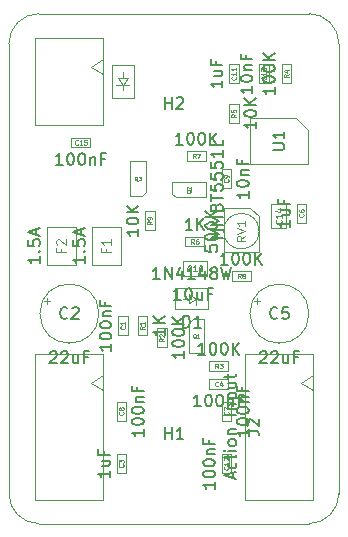
<source format=gbr>
%TF.GenerationSoftware,KiCad,Pcbnew,7.0.6*%
%TF.CreationDate,2024-05-19T20:46:52-05:00*%
%TF.ProjectId,Magic_Wand_Timer,4d616769-635f-4576-916e-645f54696d65,rev?*%
%TF.SameCoordinates,Original*%
%TF.FileFunction,AssemblyDrawing,Top*%
%FSLAX46Y46*%
G04 Gerber Fmt 4.6, Leading zero omitted, Abs format (unit mm)*
G04 Created by KiCad (PCBNEW 7.0.6) date 2024-05-19 20:46:52*
%MOMM*%
%LPD*%
G01*
G04 APERTURE LIST*
%ADD10C,0.150000*%
%ADD11C,0.060000*%
%ADD12C,0.080000*%
%ADD13C,0.050000*%
%ADD14C,0.120000*%
%ADD15C,0.105000*%
%ADD16C,0.100000*%
%TA.AperFunction,Profile*%
%ADD17C,0.100000*%
%TD*%
G04 APERTURE END LIST*
D10*
X173334819Y-92955476D02*
X173334819Y-93526904D01*
X173334819Y-93241190D02*
X172334819Y-93241190D01*
X172334819Y-93241190D02*
X172477676Y-93336428D01*
X172477676Y-93336428D02*
X172572914Y-93431666D01*
X172572914Y-93431666D02*
X172620533Y-93526904D01*
X172334819Y-92336428D02*
X172334819Y-92241190D01*
X172334819Y-92241190D02*
X172382438Y-92145952D01*
X172382438Y-92145952D02*
X172430057Y-92098333D01*
X172430057Y-92098333D02*
X172525295Y-92050714D01*
X172525295Y-92050714D02*
X172715771Y-92003095D01*
X172715771Y-92003095D02*
X172953866Y-92003095D01*
X172953866Y-92003095D02*
X173144342Y-92050714D01*
X173144342Y-92050714D02*
X173239580Y-92098333D01*
X173239580Y-92098333D02*
X173287200Y-92145952D01*
X173287200Y-92145952D02*
X173334819Y-92241190D01*
X173334819Y-92241190D02*
X173334819Y-92336428D01*
X173334819Y-92336428D02*
X173287200Y-92431666D01*
X173287200Y-92431666D02*
X173239580Y-92479285D01*
X173239580Y-92479285D02*
X173144342Y-92526904D01*
X173144342Y-92526904D02*
X172953866Y-92574523D01*
X172953866Y-92574523D02*
X172715771Y-92574523D01*
X172715771Y-92574523D02*
X172525295Y-92526904D01*
X172525295Y-92526904D02*
X172430057Y-92479285D01*
X172430057Y-92479285D02*
X172382438Y-92431666D01*
X172382438Y-92431666D02*
X172334819Y-92336428D01*
X173334819Y-91574523D02*
X172334819Y-91574523D01*
X173334819Y-91003095D02*
X172763390Y-91431666D01*
X172334819Y-91003095D02*
X172906247Y-91574523D01*
D11*
X171631927Y-92331666D02*
X171441451Y-92464999D01*
X171631927Y-92560237D02*
X171231927Y-92560237D01*
X171231927Y-92560237D02*
X171231927Y-92407856D01*
X171231927Y-92407856D02*
X171250975Y-92369761D01*
X171250975Y-92369761D02*
X171270022Y-92350714D01*
X171270022Y-92350714D02*
X171308118Y-92331666D01*
X171308118Y-92331666D02*
X171365260Y-92331666D01*
X171365260Y-92331666D02*
X171403356Y-92350714D01*
X171403356Y-92350714D02*
X171422403Y-92369761D01*
X171422403Y-92369761D02*
X171441451Y-92407856D01*
X171441451Y-92407856D02*
X171441451Y-92560237D01*
X171231927Y-91969761D02*
X171231927Y-92160237D01*
X171231927Y-92160237D02*
X171422403Y-92179285D01*
X171422403Y-92179285D02*
X171403356Y-92160237D01*
X171403356Y-92160237D02*
X171384308Y-92122142D01*
X171384308Y-92122142D02*
X171384308Y-92026904D01*
X171384308Y-92026904D02*
X171403356Y-91988809D01*
X171403356Y-91988809D02*
X171422403Y-91969761D01*
X171422403Y-91969761D02*
X171460499Y-91950714D01*
X171460499Y-91950714D02*
X171555737Y-91950714D01*
X171555737Y-91950714D02*
X171593832Y-91969761D01*
X171593832Y-91969761D02*
X171612880Y-91988809D01*
X171612880Y-91988809D02*
X171631927Y-92026904D01*
X171631927Y-92026904D02*
X171631927Y-92122142D01*
X171631927Y-92122142D02*
X171612880Y-92160237D01*
X171612880Y-92160237D02*
X171593832Y-92179285D01*
D12*
X175439530Y-101286428D02*
X175463340Y-101310237D01*
X175463340Y-101310237D02*
X175487149Y-101381666D01*
X175487149Y-101381666D02*
X175487149Y-101429285D01*
X175487149Y-101429285D02*
X175463340Y-101500713D01*
X175463340Y-101500713D02*
X175415720Y-101548332D01*
X175415720Y-101548332D02*
X175368101Y-101572142D01*
X175368101Y-101572142D02*
X175272863Y-101595951D01*
X175272863Y-101595951D02*
X175201435Y-101595951D01*
X175201435Y-101595951D02*
X175106197Y-101572142D01*
X175106197Y-101572142D02*
X175058578Y-101548332D01*
X175058578Y-101548332D02*
X175010959Y-101500713D01*
X175010959Y-101500713D02*
X174987149Y-101429285D01*
X174987149Y-101429285D02*
X174987149Y-101381666D01*
X174987149Y-101381666D02*
X175010959Y-101310237D01*
X175010959Y-101310237D02*
X175034768Y-101286428D01*
X175487149Y-100810237D02*
X175487149Y-101095951D01*
X175487149Y-100953094D02*
X174987149Y-100953094D01*
X174987149Y-100953094D02*
X175058578Y-101000713D01*
X175058578Y-101000713D02*
X175106197Y-101048332D01*
X175106197Y-101048332D02*
X175130006Y-101095951D01*
X175153816Y-100381666D02*
X175487149Y-100381666D01*
X174963340Y-100500714D02*
X175320482Y-100619761D01*
X175320482Y-100619761D02*
X175320482Y-100310238D01*
D10*
X170474819Y-89495238D02*
X170474819Y-90066666D01*
X170474819Y-89780952D02*
X169474819Y-89780952D01*
X169474819Y-89780952D02*
X169617676Y-89876190D01*
X169617676Y-89876190D02*
X169712914Y-89971428D01*
X169712914Y-89971428D02*
X169760533Y-90066666D01*
X169808152Y-88638095D02*
X170474819Y-88638095D01*
X169808152Y-89066666D02*
X170331961Y-89066666D01*
X170331961Y-89066666D02*
X170427200Y-89019047D01*
X170427200Y-89019047D02*
X170474819Y-88923809D01*
X170474819Y-88923809D02*
X170474819Y-88780952D01*
X170474819Y-88780952D02*
X170427200Y-88685714D01*
X170427200Y-88685714D02*
X170379580Y-88638095D01*
X169951009Y-87828571D02*
X169951009Y-88161904D01*
X170474819Y-88161904D02*
X169474819Y-88161904D01*
X169474819Y-88161904D02*
X169474819Y-87685714D01*
D11*
X171593832Y-89157142D02*
X171612880Y-89176190D01*
X171612880Y-89176190D02*
X171631927Y-89233332D01*
X171631927Y-89233332D02*
X171631927Y-89271428D01*
X171631927Y-89271428D02*
X171612880Y-89328571D01*
X171612880Y-89328571D02*
X171574784Y-89366666D01*
X171574784Y-89366666D02*
X171536689Y-89385713D01*
X171536689Y-89385713D02*
X171460499Y-89404761D01*
X171460499Y-89404761D02*
X171403356Y-89404761D01*
X171403356Y-89404761D02*
X171327165Y-89385713D01*
X171327165Y-89385713D02*
X171289070Y-89366666D01*
X171289070Y-89366666D02*
X171250975Y-89328571D01*
X171250975Y-89328571D02*
X171231927Y-89271428D01*
X171231927Y-89271428D02*
X171231927Y-89233332D01*
X171231927Y-89233332D02*
X171250975Y-89176190D01*
X171250975Y-89176190D02*
X171270022Y-89157142D01*
X171631927Y-88776190D02*
X171631927Y-89004761D01*
X171631927Y-88890475D02*
X171231927Y-88890475D01*
X171231927Y-88890475D02*
X171289070Y-88928571D01*
X171289070Y-88928571D02*
X171327165Y-88966666D01*
X171327165Y-88966666D02*
X171346213Y-89004761D01*
X171631927Y-88395238D02*
X171631927Y-88623809D01*
X171631927Y-88509523D02*
X171231927Y-88509523D01*
X171231927Y-88509523D02*
X171289070Y-88547619D01*
X171289070Y-88547619D02*
X171327165Y-88585714D01*
X171327165Y-88585714D02*
X171346213Y-88623809D01*
D13*
X163291523Y-97965914D02*
X163261047Y-97950676D01*
X163261047Y-97950676D02*
X163230571Y-97920200D01*
X163230571Y-97920200D02*
X163184857Y-97874485D01*
X163184857Y-97874485D02*
X163154380Y-97859247D01*
X163154380Y-97859247D02*
X163123904Y-97859247D01*
X163139142Y-97935438D02*
X163108666Y-97920200D01*
X163108666Y-97920200D02*
X163078190Y-97889723D01*
X163078190Y-97889723D02*
X163062952Y-97828771D01*
X163062952Y-97828771D02*
X163062952Y-97722104D01*
X163062952Y-97722104D02*
X163078190Y-97661152D01*
X163078190Y-97661152D02*
X163108666Y-97630676D01*
X163108666Y-97630676D02*
X163139142Y-97615438D01*
X163139142Y-97615438D02*
X163200095Y-97615438D01*
X163200095Y-97615438D02*
X163230571Y-97630676D01*
X163230571Y-97630676D02*
X163261047Y-97661152D01*
X163261047Y-97661152D02*
X163276285Y-97722104D01*
X163276285Y-97722104D02*
X163276285Y-97828771D01*
X163276285Y-97828771D02*
X163261047Y-97889723D01*
X163261047Y-97889723D02*
X163230571Y-97920200D01*
X163230571Y-97920200D02*
X163200095Y-97935438D01*
X163200095Y-97935438D02*
X163139142Y-97935438D01*
X163382952Y-97615438D02*
X163581047Y-97615438D01*
X163581047Y-97615438D02*
X163474380Y-97737342D01*
X163474380Y-97737342D02*
X163520095Y-97737342D01*
X163520095Y-97737342D02*
X163550571Y-97752580D01*
X163550571Y-97752580D02*
X163565809Y-97767819D01*
X163565809Y-97767819D02*
X163581047Y-97798295D01*
X163581047Y-97798295D02*
X163581047Y-97874485D01*
X163581047Y-97874485D02*
X163565809Y-97904961D01*
X163565809Y-97904961D02*
X163550571Y-97920200D01*
X163550571Y-97920200D02*
X163520095Y-97935438D01*
X163520095Y-97935438D02*
X163428666Y-97935438D01*
X163428666Y-97935438D02*
X163398190Y-97920200D01*
X163398190Y-97920200D02*
X163382952Y-97904961D01*
D10*
X165608095Y-91894819D02*
X165608095Y-90894819D01*
X165608095Y-91371009D02*
X166179523Y-91371009D01*
X166179523Y-91894819D02*
X166179523Y-90894819D01*
X166608095Y-90990057D02*
X166655714Y-90942438D01*
X166655714Y-90942438D02*
X166750952Y-90894819D01*
X166750952Y-90894819D02*
X166989047Y-90894819D01*
X166989047Y-90894819D02*
X167084285Y-90942438D01*
X167084285Y-90942438D02*
X167131904Y-90990057D01*
X167131904Y-90990057D02*
X167179523Y-91085295D01*
X167179523Y-91085295D02*
X167179523Y-91180533D01*
X167179523Y-91180533D02*
X167131904Y-91323390D01*
X167131904Y-91323390D02*
X166560476Y-91894819D01*
X166560476Y-91894819D02*
X167179523Y-91894819D01*
D13*
X168244523Y-111300914D02*
X168214047Y-111285676D01*
X168214047Y-111285676D02*
X168183571Y-111255200D01*
X168183571Y-111255200D02*
X168137857Y-111209485D01*
X168137857Y-111209485D02*
X168107380Y-111194247D01*
X168107380Y-111194247D02*
X168076904Y-111194247D01*
X168092142Y-111270438D02*
X168061666Y-111255200D01*
X168061666Y-111255200D02*
X168031190Y-111224723D01*
X168031190Y-111224723D02*
X168015952Y-111163771D01*
X168015952Y-111163771D02*
X168015952Y-111057104D01*
X168015952Y-111057104D02*
X168031190Y-110996152D01*
X168031190Y-110996152D02*
X168061666Y-110965676D01*
X168061666Y-110965676D02*
X168092142Y-110950438D01*
X168092142Y-110950438D02*
X168153095Y-110950438D01*
X168153095Y-110950438D02*
X168183571Y-110965676D01*
X168183571Y-110965676D02*
X168214047Y-110996152D01*
X168214047Y-110996152D02*
X168229285Y-111057104D01*
X168229285Y-111057104D02*
X168229285Y-111163771D01*
X168229285Y-111163771D02*
X168214047Y-111224723D01*
X168214047Y-111224723D02*
X168183571Y-111255200D01*
X168183571Y-111255200D02*
X168153095Y-111270438D01*
X168153095Y-111270438D02*
X168092142Y-111270438D01*
X168534047Y-111270438D02*
X168351190Y-111270438D01*
X168442618Y-111270438D02*
X168442618Y-110950438D01*
X168442618Y-110950438D02*
X168412142Y-110996152D01*
X168412142Y-110996152D02*
X168381666Y-111026628D01*
X168381666Y-111026628D02*
X168351190Y-111041866D01*
D10*
X170494819Y-102822737D02*
X169494819Y-102822737D01*
X169494819Y-102822737D02*
X170209104Y-102489404D01*
X170209104Y-102489404D02*
X169494819Y-102156071D01*
X169494819Y-102156071D02*
X170494819Y-102156071D01*
X170494819Y-101679880D02*
X169494819Y-101679880D01*
X169494819Y-101679880D02*
X170209104Y-101346547D01*
X170209104Y-101346547D02*
X169494819Y-101013214D01*
X169494819Y-101013214D02*
X170494819Y-101013214D01*
X169971009Y-100203690D02*
X170018628Y-100060833D01*
X170018628Y-100060833D02*
X170066247Y-100013214D01*
X170066247Y-100013214D02*
X170161485Y-99965595D01*
X170161485Y-99965595D02*
X170304342Y-99965595D01*
X170304342Y-99965595D02*
X170399580Y-100013214D01*
X170399580Y-100013214D02*
X170447200Y-100060833D01*
X170447200Y-100060833D02*
X170494819Y-100156071D01*
X170494819Y-100156071D02*
X170494819Y-100537023D01*
X170494819Y-100537023D02*
X169494819Y-100537023D01*
X169494819Y-100537023D02*
X169494819Y-100203690D01*
X169494819Y-100203690D02*
X169542438Y-100108452D01*
X169542438Y-100108452D02*
X169590057Y-100060833D01*
X169590057Y-100060833D02*
X169685295Y-100013214D01*
X169685295Y-100013214D02*
X169780533Y-100013214D01*
X169780533Y-100013214D02*
X169875771Y-100060833D01*
X169875771Y-100060833D02*
X169923390Y-100108452D01*
X169923390Y-100108452D02*
X169971009Y-100203690D01*
X169971009Y-100203690D02*
X169971009Y-100537023D01*
X169494819Y-99679880D02*
X169494819Y-99108452D01*
X170494819Y-99394166D02*
X169494819Y-99394166D01*
X169494819Y-98298928D02*
X169494819Y-98775118D01*
X169494819Y-98775118D02*
X169971009Y-98822737D01*
X169971009Y-98822737D02*
X169923390Y-98775118D01*
X169923390Y-98775118D02*
X169875771Y-98679880D01*
X169875771Y-98679880D02*
X169875771Y-98441785D01*
X169875771Y-98441785D02*
X169923390Y-98346547D01*
X169923390Y-98346547D02*
X169971009Y-98298928D01*
X169971009Y-98298928D02*
X170066247Y-98251309D01*
X170066247Y-98251309D02*
X170304342Y-98251309D01*
X170304342Y-98251309D02*
X170399580Y-98298928D01*
X170399580Y-98298928D02*
X170447200Y-98346547D01*
X170447200Y-98346547D02*
X170494819Y-98441785D01*
X170494819Y-98441785D02*
X170494819Y-98679880D01*
X170494819Y-98679880D02*
X170447200Y-98775118D01*
X170447200Y-98775118D02*
X170399580Y-98822737D01*
X169494819Y-97346547D02*
X169494819Y-97822737D01*
X169494819Y-97822737D02*
X169971009Y-97870356D01*
X169971009Y-97870356D02*
X169923390Y-97822737D01*
X169923390Y-97822737D02*
X169875771Y-97727499D01*
X169875771Y-97727499D02*
X169875771Y-97489404D01*
X169875771Y-97489404D02*
X169923390Y-97394166D01*
X169923390Y-97394166D02*
X169971009Y-97346547D01*
X169971009Y-97346547D02*
X170066247Y-97298928D01*
X170066247Y-97298928D02*
X170304342Y-97298928D01*
X170304342Y-97298928D02*
X170399580Y-97346547D01*
X170399580Y-97346547D02*
X170447200Y-97394166D01*
X170447200Y-97394166D02*
X170494819Y-97489404D01*
X170494819Y-97489404D02*
X170494819Y-97727499D01*
X170494819Y-97727499D02*
X170447200Y-97822737D01*
X170447200Y-97822737D02*
X170399580Y-97870356D01*
X169494819Y-96394166D02*
X169494819Y-96870356D01*
X169494819Y-96870356D02*
X169971009Y-96917975D01*
X169971009Y-96917975D02*
X169923390Y-96870356D01*
X169923390Y-96870356D02*
X169875771Y-96775118D01*
X169875771Y-96775118D02*
X169875771Y-96537023D01*
X169875771Y-96537023D02*
X169923390Y-96441785D01*
X169923390Y-96441785D02*
X169971009Y-96394166D01*
X169971009Y-96394166D02*
X170066247Y-96346547D01*
X170066247Y-96346547D02*
X170304342Y-96346547D01*
X170304342Y-96346547D02*
X170399580Y-96394166D01*
X170399580Y-96394166D02*
X170447200Y-96441785D01*
X170447200Y-96441785D02*
X170494819Y-96537023D01*
X170494819Y-96537023D02*
X170494819Y-96775118D01*
X170494819Y-96775118D02*
X170447200Y-96870356D01*
X170447200Y-96870356D02*
X170399580Y-96917975D01*
X170494819Y-95394166D02*
X170494819Y-95965594D01*
X170494819Y-95679880D02*
X169494819Y-95679880D01*
X169494819Y-95679880D02*
X169637676Y-95775118D01*
X169637676Y-95775118D02*
X169732914Y-95870356D01*
X169732914Y-95870356D02*
X169780533Y-95965594D01*
X170494819Y-94489404D02*
X170494819Y-94965594D01*
X170494819Y-94965594D02*
X169494819Y-94965594D01*
D13*
X167815914Y-98757976D02*
X167800676Y-98788452D01*
X167800676Y-98788452D02*
X167770200Y-98818928D01*
X167770200Y-98818928D02*
X167724485Y-98864642D01*
X167724485Y-98864642D02*
X167709247Y-98895119D01*
X167709247Y-98895119D02*
X167709247Y-98925595D01*
X167785438Y-98910357D02*
X167770200Y-98940833D01*
X167770200Y-98940833D02*
X167739723Y-98971309D01*
X167739723Y-98971309D02*
X167678771Y-98986547D01*
X167678771Y-98986547D02*
X167572104Y-98986547D01*
X167572104Y-98986547D02*
X167511152Y-98971309D01*
X167511152Y-98971309D02*
X167480676Y-98940833D01*
X167480676Y-98940833D02*
X167465438Y-98910357D01*
X167465438Y-98910357D02*
X167465438Y-98849404D01*
X167465438Y-98849404D02*
X167480676Y-98818928D01*
X167480676Y-98818928D02*
X167511152Y-98788452D01*
X167511152Y-98788452D02*
X167572104Y-98773214D01*
X167572104Y-98773214D02*
X167678771Y-98773214D01*
X167678771Y-98773214D02*
X167739723Y-98788452D01*
X167739723Y-98788452D02*
X167770200Y-98818928D01*
X167770200Y-98818928D02*
X167785438Y-98849404D01*
X167785438Y-98849404D02*
X167785438Y-98910357D01*
X167495914Y-98651309D02*
X167480676Y-98636071D01*
X167480676Y-98636071D02*
X167465438Y-98605595D01*
X167465438Y-98605595D02*
X167465438Y-98529404D01*
X167465438Y-98529404D02*
X167480676Y-98498928D01*
X167480676Y-98498928D02*
X167495914Y-98483690D01*
X167495914Y-98483690D02*
X167526390Y-98468452D01*
X167526390Y-98468452D02*
X167556866Y-98468452D01*
X167556866Y-98468452D02*
X167602580Y-98483690D01*
X167602580Y-98483690D02*
X167785438Y-98666547D01*
X167785438Y-98666547D02*
X167785438Y-98468452D01*
D10*
X170918333Y-105069819D02*
X170346905Y-105069819D01*
X170632619Y-105069819D02*
X170632619Y-104069819D01*
X170632619Y-104069819D02*
X170537381Y-104212676D01*
X170537381Y-104212676D02*
X170442143Y-104307914D01*
X170442143Y-104307914D02*
X170346905Y-104355533D01*
X171537381Y-104069819D02*
X171632619Y-104069819D01*
X171632619Y-104069819D02*
X171727857Y-104117438D01*
X171727857Y-104117438D02*
X171775476Y-104165057D01*
X171775476Y-104165057D02*
X171823095Y-104260295D01*
X171823095Y-104260295D02*
X171870714Y-104450771D01*
X171870714Y-104450771D02*
X171870714Y-104688866D01*
X171870714Y-104688866D02*
X171823095Y-104879342D01*
X171823095Y-104879342D02*
X171775476Y-104974580D01*
X171775476Y-104974580D02*
X171727857Y-105022200D01*
X171727857Y-105022200D02*
X171632619Y-105069819D01*
X171632619Y-105069819D02*
X171537381Y-105069819D01*
X171537381Y-105069819D02*
X171442143Y-105022200D01*
X171442143Y-105022200D02*
X171394524Y-104974580D01*
X171394524Y-104974580D02*
X171346905Y-104879342D01*
X171346905Y-104879342D02*
X171299286Y-104688866D01*
X171299286Y-104688866D02*
X171299286Y-104450771D01*
X171299286Y-104450771D02*
X171346905Y-104260295D01*
X171346905Y-104260295D02*
X171394524Y-104165057D01*
X171394524Y-104165057D02*
X171442143Y-104117438D01*
X171442143Y-104117438D02*
X171537381Y-104069819D01*
X172489762Y-104069819D02*
X172585000Y-104069819D01*
X172585000Y-104069819D02*
X172680238Y-104117438D01*
X172680238Y-104117438D02*
X172727857Y-104165057D01*
X172727857Y-104165057D02*
X172775476Y-104260295D01*
X172775476Y-104260295D02*
X172823095Y-104450771D01*
X172823095Y-104450771D02*
X172823095Y-104688866D01*
X172823095Y-104688866D02*
X172775476Y-104879342D01*
X172775476Y-104879342D02*
X172727857Y-104974580D01*
X172727857Y-104974580D02*
X172680238Y-105022200D01*
X172680238Y-105022200D02*
X172585000Y-105069819D01*
X172585000Y-105069819D02*
X172489762Y-105069819D01*
X172489762Y-105069819D02*
X172394524Y-105022200D01*
X172394524Y-105022200D02*
X172346905Y-104974580D01*
X172346905Y-104974580D02*
X172299286Y-104879342D01*
X172299286Y-104879342D02*
X172251667Y-104688866D01*
X172251667Y-104688866D02*
X172251667Y-104450771D01*
X172251667Y-104450771D02*
X172299286Y-104260295D01*
X172299286Y-104260295D02*
X172346905Y-104165057D01*
X172346905Y-104165057D02*
X172394524Y-104117438D01*
X172394524Y-104117438D02*
X172489762Y-104069819D01*
X173251667Y-105069819D02*
X173251667Y-104069819D01*
X173823095Y-105069819D02*
X173394524Y-104498390D01*
X173823095Y-104069819D02*
X173251667Y-104641247D01*
D11*
X172018333Y-106226927D02*
X171885000Y-106036451D01*
X171789762Y-106226927D02*
X171789762Y-105826927D01*
X171789762Y-105826927D02*
X171942143Y-105826927D01*
X171942143Y-105826927D02*
X171980238Y-105845975D01*
X171980238Y-105845975D02*
X171999285Y-105865022D01*
X171999285Y-105865022D02*
X172018333Y-105903118D01*
X172018333Y-105903118D02*
X172018333Y-105960260D01*
X172018333Y-105960260D02*
X171999285Y-105998356D01*
X171999285Y-105998356D02*
X171980238Y-106017403D01*
X171980238Y-106017403D02*
X171942143Y-106036451D01*
X171942143Y-106036451D02*
X171789762Y-106036451D01*
X172246904Y-105998356D02*
X172208809Y-105979308D01*
X172208809Y-105979308D02*
X172189762Y-105960260D01*
X172189762Y-105960260D02*
X172170714Y-105922165D01*
X172170714Y-105922165D02*
X172170714Y-105903118D01*
X172170714Y-105903118D02*
X172189762Y-105865022D01*
X172189762Y-105865022D02*
X172208809Y-105845975D01*
X172208809Y-105845975D02*
X172246904Y-105826927D01*
X172246904Y-105826927D02*
X172323095Y-105826927D01*
X172323095Y-105826927D02*
X172361190Y-105845975D01*
X172361190Y-105845975D02*
X172380238Y-105865022D01*
X172380238Y-105865022D02*
X172399285Y-105903118D01*
X172399285Y-105903118D02*
X172399285Y-105922165D01*
X172399285Y-105922165D02*
X172380238Y-105960260D01*
X172380238Y-105960260D02*
X172361190Y-105979308D01*
X172361190Y-105979308D02*
X172323095Y-105998356D01*
X172323095Y-105998356D02*
X172246904Y-105998356D01*
X172246904Y-105998356D02*
X172208809Y-106017403D01*
X172208809Y-106017403D02*
X172189762Y-106036451D01*
X172189762Y-106036451D02*
X172170714Y-106074546D01*
X172170714Y-106074546D02*
X172170714Y-106150737D01*
X172170714Y-106150737D02*
X172189762Y-106188832D01*
X172189762Y-106188832D02*
X172208809Y-106207880D01*
X172208809Y-106207880D02*
X172246904Y-106226927D01*
X172246904Y-106226927D02*
X172323095Y-106226927D01*
X172323095Y-106226927D02*
X172361190Y-106207880D01*
X172361190Y-106207880D02*
X172380238Y-106188832D01*
X172380238Y-106188832D02*
X172399285Y-106150737D01*
X172399285Y-106150737D02*
X172399285Y-106074546D01*
X172399285Y-106074546D02*
X172380238Y-106036451D01*
X172380238Y-106036451D02*
X172361190Y-106017403D01*
X172361190Y-106017403D02*
X172323095Y-105998356D01*
D10*
X163809819Y-119022619D02*
X163809819Y-119594047D01*
X163809819Y-119308333D02*
X162809819Y-119308333D01*
X162809819Y-119308333D02*
X162952676Y-119403571D01*
X162952676Y-119403571D02*
X163047914Y-119498809D01*
X163047914Y-119498809D02*
X163095533Y-119594047D01*
X162809819Y-118403571D02*
X162809819Y-118308333D01*
X162809819Y-118308333D02*
X162857438Y-118213095D01*
X162857438Y-118213095D02*
X162905057Y-118165476D01*
X162905057Y-118165476D02*
X163000295Y-118117857D01*
X163000295Y-118117857D02*
X163190771Y-118070238D01*
X163190771Y-118070238D02*
X163428866Y-118070238D01*
X163428866Y-118070238D02*
X163619342Y-118117857D01*
X163619342Y-118117857D02*
X163714580Y-118165476D01*
X163714580Y-118165476D02*
X163762200Y-118213095D01*
X163762200Y-118213095D02*
X163809819Y-118308333D01*
X163809819Y-118308333D02*
X163809819Y-118403571D01*
X163809819Y-118403571D02*
X163762200Y-118498809D01*
X163762200Y-118498809D02*
X163714580Y-118546428D01*
X163714580Y-118546428D02*
X163619342Y-118594047D01*
X163619342Y-118594047D02*
X163428866Y-118641666D01*
X163428866Y-118641666D02*
X163190771Y-118641666D01*
X163190771Y-118641666D02*
X163000295Y-118594047D01*
X163000295Y-118594047D02*
X162905057Y-118546428D01*
X162905057Y-118546428D02*
X162857438Y-118498809D01*
X162857438Y-118498809D02*
X162809819Y-118403571D01*
X162809819Y-117451190D02*
X162809819Y-117355952D01*
X162809819Y-117355952D02*
X162857438Y-117260714D01*
X162857438Y-117260714D02*
X162905057Y-117213095D01*
X162905057Y-117213095D02*
X163000295Y-117165476D01*
X163000295Y-117165476D02*
X163190771Y-117117857D01*
X163190771Y-117117857D02*
X163428866Y-117117857D01*
X163428866Y-117117857D02*
X163619342Y-117165476D01*
X163619342Y-117165476D02*
X163714580Y-117213095D01*
X163714580Y-117213095D02*
X163762200Y-117260714D01*
X163762200Y-117260714D02*
X163809819Y-117355952D01*
X163809819Y-117355952D02*
X163809819Y-117451190D01*
X163809819Y-117451190D02*
X163762200Y-117546428D01*
X163762200Y-117546428D02*
X163714580Y-117594047D01*
X163714580Y-117594047D02*
X163619342Y-117641666D01*
X163619342Y-117641666D02*
X163428866Y-117689285D01*
X163428866Y-117689285D02*
X163190771Y-117689285D01*
X163190771Y-117689285D02*
X163000295Y-117641666D01*
X163000295Y-117641666D02*
X162905057Y-117594047D01*
X162905057Y-117594047D02*
X162857438Y-117546428D01*
X162857438Y-117546428D02*
X162809819Y-117451190D01*
X163143152Y-116689285D02*
X163809819Y-116689285D01*
X163238390Y-116689285D02*
X163190771Y-116641666D01*
X163190771Y-116641666D02*
X163143152Y-116546428D01*
X163143152Y-116546428D02*
X163143152Y-116403571D01*
X163143152Y-116403571D02*
X163190771Y-116308333D01*
X163190771Y-116308333D02*
X163286009Y-116260714D01*
X163286009Y-116260714D02*
X163809819Y-116260714D01*
X163286009Y-115451190D02*
X163286009Y-115784523D01*
X163809819Y-115784523D02*
X162809819Y-115784523D01*
X162809819Y-115784523D02*
X162809819Y-115308333D01*
D11*
X162068832Y-117541666D02*
X162087880Y-117560714D01*
X162087880Y-117560714D02*
X162106927Y-117617856D01*
X162106927Y-117617856D02*
X162106927Y-117655952D01*
X162106927Y-117655952D02*
X162087880Y-117713095D01*
X162087880Y-117713095D02*
X162049784Y-117751190D01*
X162049784Y-117751190D02*
X162011689Y-117770237D01*
X162011689Y-117770237D02*
X161935499Y-117789285D01*
X161935499Y-117789285D02*
X161878356Y-117789285D01*
X161878356Y-117789285D02*
X161802165Y-117770237D01*
X161802165Y-117770237D02*
X161764070Y-117751190D01*
X161764070Y-117751190D02*
X161725975Y-117713095D01*
X161725975Y-117713095D02*
X161706927Y-117655952D01*
X161706927Y-117655952D02*
X161706927Y-117617856D01*
X161706927Y-117617856D02*
X161725975Y-117560714D01*
X161725975Y-117560714D02*
X161745022Y-117541666D01*
X161878356Y-117313095D02*
X161859308Y-117351190D01*
X161859308Y-117351190D02*
X161840260Y-117370237D01*
X161840260Y-117370237D02*
X161802165Y-117389285D01*
X161802165Y-117389285D02*
X161783118Y-117389285D01*
X161783118Y-117389285D02*
X161745022Y-117370237D01*
X161745022Y-117370237D02*
X161725975Y-117351190D01*
X161725975Y-117351190D02*
X161706927Y-117313095D01*
X161706927Y-117313095D02*
X161706927Y-117236904D01*
X161706927Y-117236904D02*
X161725975Y-117198809D01*
X161725975Y-117198809D02*
X161745022Y-117179761D01*
X161745022Y-117179761D02*
X161783118Y-117160714D01*
X161783118Y-117160714D02*
X161802165Y-117160714D01*
X161802165Y-117160714D02*
X161840260Y-117179761D01*
X161840260Y-117179761D02*
X161859308Y-117198809D01*
X161859308Y-117198809D02*
X161878356Y-117236904D01*
X161878356Y-117236904D02*
X161878356Y-117313095D01*
X161878356Y-117313095D02*
X161897403Y-117351190D01*
X161897403Y-117351190D02*
X161916451Y-117370237D01*
X161916451Y-117370237D02*
X161954546Y-117389285D01*
X161954546Y-117389285D02*
X162030737Y-117389285D01*
X162030737Y-117389285D02*
X162068832Y-117370237D01*
X162068832Y-117370237D02*
X162087880Y-117351190D01*
X162087880Y-117351190D02*
X162106927Y-117313095D01*
X162106927Y-117313095D02*
X162106927Y-117236904D01*
X162106927Y-117236904D02*
X162087880Y-117198809D01*
X162087880Y-117198809D02*
X162068832Y-117179761D01*
X162068832Y-117179761D02*
X162030737Y-117160714D01*
X162030737Y-117160714D02*
X161954546Y-117160714D01*
X161954546Y-117160714D02*
X161916451Y-117179761D01*
X161916451Y-117179761D02*
X161897403Y-117198809D01*
X161897403Y-117198809D02*
X161878356Y-117236904D01*
D10*
X168632380Y-117073819D02*
X168060952Y-117073819D01*
X168346666Y-117073819D02*
X168346666Y-116073819D01*
X168346666Y-116073819D02*
X168251428Y-116216676D01*
X168251428Y-116216676D02*
X168156190Y-116311914D01*
X168156190Y-116311914D02*
X168060952Y-116359533D01*
X169251428Y-116073819D02*
X169346666Y-116073819D01*
X169346666Y-116073819D02*
X169441904Y-116121438D01*
X169441904Y-116121438D02*
X169489523Y-116169057D01*
X169489523Y-116169057D02*
X169537142Y-116264295D01*
X169537142Y-116264295D02*
X169584761Y-116454771D01*
X169584761Y-116454771D02*
X169584761Y-116692866D01*
X169584761Y-116692866D02*
X169537142Y-116883342D01*
X169537142Y-116883342D02*
X169489523Y-116978580D01*
X169489523Y-116978580D02*
X169441904Y-117026200D01*
X169441904Y-117026200D02*
X169346666Y-117073819D01*
X169346666Y-117073819D02*
X169251428Y-117073819D01*
X169251428Y-117073819D02*
X169156190Y-117026200D01*
X169156190Y-117026200D02*
X169108571Y-116978580D01*
X169108571Y-116978580D02*
X169060952Y-116883342D01*
X169060952Y-116883342D02*
X169013333Y-116692866D01*
X169013333Y-116692866D02*
X169013333Y-116454771D01*
X169013333Y-116454771D02*
X169060952Y-116264295D01*
X169060952Y-116264295D02*
X169108571Y-116169057D01*
X169108571Y-116169057D02*
X169156190Y-116121438D01*
X169156190Y-116121438D02*
X169251428Y-116073819D01*
X170203809Y-116073819D02*
X170299047Y-116073819D01*
X170299047Y-116073819D02*
X170394285Y-116121438D01*
X170394285Y-116121438D02*
X170441904Y-116169057D01*
X170441904Y-116169057D02*
X170489523Y-116264295D01*
X170489523Y-116264295D02*
X170537142Y-116454771D01*
X170537142Y-116454771D02*
X170537142Y-116692866D01*
X170537142Y-116692866D02*
X170489523Y-116883342D01*
X170489523Y-116883342D02*
X170441904Y-116978580D01*
X170441904Y-116978580D02*
X170394285Y-117026200D01*
X170394285Y-117026200D02*
X170299047Y-117073819D01*
X170299047Y-117073819D02*
X170203809Y-117073819D01*
X170203809Y-117073819D02*
X170108571Y-117026200D01*
X170108571Y-117026200D02*
X170060952Y-116978580D01*
X170060952Y-116978580D02*
X170013333Y-116883342D01*
X170013333Y-116883342D02*
X169965714Y-116692866D01*
X169965714Y-116692866D02*
X169965714Y-116454771D01*
X169965714Y-116454771D02*
X170013333Y-116264295D01*
X170013333Y-116264295D02*
X170060952Y-116169057D01*
X170060952Y-116169057D02*
X170108571Y-116121438D01*
X170108571Y-116121438D02*
X170203809Y-116073819D01*
X170965714Y-116407152D02*
X170965714Y-117073819D01*
X170965714Y-116502390D02*
X171013333Y-116454771D01*
X171013333Y-116454771D02*
X171108571Y-116407152D01*
X171108571Y-116407152D02*
X171251428Y-116407152D01*
X171251428Y-116407152D02*
X171346666Y-116454771D01*
X171346666Y-116454771D02*
X171394285Y-116550009D01*
X171394285Y-116550009D02*
X171394285Y-117073819D01*
X172203809Y-116550009D02*
X171870476Y-116550009D01*
X171870476Y-117073819D02*
X171870476Y-116073819D01*
X171870476Y-116073819D02*
X172346666Y-116073819D01*
D11*
X170113333Y-115332832D02*
X170094285Y-115351880D01*
X170094285Y-115351880D02*
X170037143Y-115370927D01*
X170037143Y-115370927D02*
X169999047Y-115370927D01*
X169999047Y-115370927D02*
X169941904Y-115351880D01*
X169941904Y-115351880D02*
X169903809Y-115313784D01*
X169903809Y-115313784D02*
X169884762Y-115275689D01*
X169884762Y-115275689D02*
X169865714Y-115199499D01*
X169865714Y-115199499D02*
X169865714Y-115142356D01*
X169865714Y-115142356D02*
X169884762Y-115066165D01*
X169884762Y-115066165D02*
X169903809Y-115028070D01*
X169903809Y-115028070D02*
X169941904Y-114989975D01*
X169941904Y-114989975D02*
X169999047Y-114970927D01*
X169999047Y-114970927D02*
X170037143Y-114970927D01*
X170037143Y-114970927D02*
X170094285Y-114989975D01*
X170094285Y-114989975D02*
X170113333Y-115009022D01*
X170456190Y-115104260D02*
X170456190Y-115370927D01*
X170360952Y-114951880D02*
X170265714Y-115237594D01*
X170265714Y-115237594D02*
X170513333Y-115237594D01*
D10*
X173014819Y-89971428D02*
X173014819Y-90542856D01*
X173014819Y-90257142D02*
X172014819Y-90257142D01*
X172014819Y-90257142D02*
X172157676Y-90352380D01*
X172157676Y-90352380D02*
X172252914Y-90447618D01*
X172252914Y-90447618D02*
X172300533Y-90542856D01*
X172014819Y-89352380D02*
X172014819Y-89257142D01*
X172014819Y-89257142D02*
X172062438Y-89161904D01*
X172062438Y-89161904D02*
X172110057Y-89114285D01*
X172110057Y-89114285D02*
X172205295Y-89066666D01*
X172205295Y-89066666D02*
X172395771Y-89019047D01*
X172395771Y-89019047D02*
X172633866Y-89019047D01*
X172633866Y-89019047D02*
X172824342Y-89066666D01*
X172824342Y-89066666D02*
X172919580Y-89114285D01*
X172919580Y-89114285D02*
X172967200Y-89161904D01*
X172967200Y-89161904D02*
X173014819Y-89257142D01*
X173014819Y-89257142D02*
X173014819Y-89352380D01*
X173014819Y-89352380D02*
X172967200Y-89447618D01*
X172967200Y-89447618D02*
X172919580Y-89495237D01*
X172919580Y-89495237D02*
X172824342Y-89542856D01*
X172824342Y-89542856D02*
X172633866Y-89590475D01*
X172633866Y-89590475D02*
X172395771Y-89590475D01*
X172395771Y-89590475D02*
X172205295Y-89542856D01*
X172205295Y-89542856D02*
X172110057Y-89495237D01*
X172110057Y-89495237D02*
X172062438Y-89447618D01*
X172062438Y-89447618D02*
X172014819Y-89352380D01*
X172348152Y-88590475D02*
X173014819Y-88590475D01*
X172443390Y-88590475D02*
X172395771Y-88542856D01*
X172395771Y-88542856D02*
X172348152Y-88447618D01*
X172348152Y-88447618D02*
X172348152Y-88304761D01*
X172348152Y-88304761D02*
X172395771Y-88209523D01*
X172395771Y-88209523D02*
X172491009Y-88161904D01*
X172491009Y-88161904D02*
X173014819Y-88161904D01*
X172491009Y-87352380D02*
X172491009Y-87685713D01*
X173014819Y-87685713D02*
X172014819Y-87685713D01*
X172014819Y-87685713D02*
X172014819Y-87209523D01*
D11*
X174133832Y-89157142D02*
X174152880Y-89176190D01*
X174152880Y-89176190D02*
X174171927Y-89233332D01*
X174171927Y-89233332D02*
X174171927Y-89271428D01*
X174171927Y-89271428D02*
X174152880Y-89328571D01*
X174152880Y-89328571D02*
X174114784Y-89366666D01*
X174114784Y-89366666D02*
X174076689Y-89385713D01*
X174076689Y-89385713D02*
X174000499Y-89404761D01*
X174000499Y-89404761D02*
X173943356Y-89404761D01*
X173943356Y-89404761D02*
X173867165Y-89385713D01*
X173867165Y-89385713D02*
X173829070Y-89366666D01*
X173829070Y-89366666D02*
X173790975Y-89328571D01*
X173790975Y-89328571D02*
X173771927Y-89271428D01*
X173771927Y-89271428D02*
X173771927Y-89233332D01*
X173771927Y-89233332D02*
X173790975Y-89176190D01*
X173790975Y-89176190D02*
X173810022Y-89157142D01*
X174171927Y-88776190D02*
X174171927Y-89004761D01*
X174171927Y-88890475D02*
X173771927Y-88890475D01*
X173771927Y-88890475D02*
X173829070Y-88928571D01*
X173829070Y-88928571D02*
X173867165Y-88966666D01*
X173867165Y-88966666D02*
X173886213Y-89004761D01*
X173771927Y-88642857D02*
X173771927Y-88395238D01*
X173771927Y-88395238D02*
X173924308Y-88528571D01*
X173924308Y-88528571D02*
X173924308Y-88471428D01*
X173924308Y-88471428D02*
X173943356Y-88433333D01*
X173943356Y-88433333D02*
X173962403Y-88414285D01*
X173962403Y-88414285D02*
X174000499Y-88395238D01*
X174000499Y-88395238D02*
X174095737Y-88395238D01*
X174095737Y-88395238D02*
X174133832Y-88414285D01*
X174133832Y-88414285D02*
X174152880Y-88433333D01*
X174152880Y-88433333D02*
X174171927Y-88471428D01*
X174171927Y-88471428D02*
X174171927Y-88585714D01*
X174171927Y-88585714D02*
X174152880Y-88623809D01*
X174152880Y-88623809D02*
X174133832Y-88642857D01*
D10*
X173662031Y-112520057D02*
X173709650Y-112472438D01*
X173709650Y-112472438D02*
X173804888Y-112424819D01*
X173804888Y-112424819D02*
X174042983Y-112424819D01*
X174042983Y-112424819D02*
X174138221Y-112472438D01*
X174138221Y-112472438D02*
X174185840Y-112520057D01*
X174185840Y-112520057D02*
X174233459Y-112615295D01*
X174233459Y-112615295D02*
X174233459Y-112710533D01*
X174233459Y-112710533D02*
X174185840Y-112853390D01*
X174185840Y-112853390D02*
X173614412Y-113424819D01*
X173614412Y-113424819D02*
X174233459Y-113424819D01*
X174614412Y-112520057D02*
X174662031Y-112472438D01*
X174662031Y-112472438D02*
X174757269Y-112424819D01*
X174757269Y-112424819D02*
X174995364Y-112424819D01*
X174995364Y-112424819D02*
X175090602Y-112472438D01*
X175090602Y-112472438D02*
X175138221Y-112520057D01*
X175138221Y-112520057D02*
X175185840Y-112615295D01*
X175185840Y-112615295D02*
X175185840Y-112710533D01*
X175185840Y-112710533D02*
X175138221Y-112853390D01*
X175138221Y-112853390D02*
X174566793Y-113424819D01*
X174566793Y-113424819D02*
X175185840Y-113424819D01*
X176042983Y-112758152D02*
X176042983Y-113424819D01*
X175614412Y-112758152D02*
X175614412Y-113281961D01*
X175614412Y-113281961D02*
X175662031Y-113377200D01*
X175662031Y-113377200D02*
X175757269Y-113424819D01*
X175757269Y-113424819D02*
X175900126Y-113424819D01*
X175900126Y-113424819D02*
X175995364Y-113377200D01*
X175995364Y-113377200D02*
X176042983Y-113329580D01*
X176852507Y-112901009D02*
X176519174Y-112901009D01*
X176519174Y-113424819D02*
X176519174Y-112424819D01*
X176519174Y-112424819D02*
X176995364Y-112424819D01*
X175138221Y-109579580D02*
X175090602Y-109627200D01*
X175090602Y-109627200D02*
X174947745Y-109674819D01*
X174947745Y-109674819D02*
X174852507Y-109674819D01*
X174852507Y-109674819D02*
X174709650Y-109627200D01*
X174709650Y-109627200D02*
X174614412Y-109531961D01*
X174614412Y-109531961D02*
X174566793Y-109436723D01*
X174566793Y-109436723D02*
X174519174Y-109246247D01*
X174519174Y-109246247D02*
X174519174Y-109103390D01*
X174519174Y-109103390D02*
X174566793Y-108912914D01*
X174566793Y-108912914D02*
X174614412Y-108817676D01*
X174614412Y-108817676D02*
X174709650Y-108722438D01*
X174709650Y-108722438D02*
X174852507Y-108674819D01*
X174852507Y-108674819D02*
X174947745Y-108674819D01*
X174947745Y-108674819D02*
X175090602Y-108722438D01*
X175090602Y-108722438D02*
X175138221Y-108770057D01*
X176042983Y-108674819D02*
X175566793Y-108674819D01*
X175566793Y-108674819D02*
X175519174Y-109151009D01*
X175519174Y-109151009D02*
X175566793Y-109103390D01*
X175566793Y-109103390D02*
X175662031Y-109055771D01*
X175662031Y-109055771D02*
X175900126Y-109055771D01*
X175900126Y-109055771D02*
X175995364Y-109103390D01*
X175995364Y-109103390D02*
X176042983Y-109151009D01*
X176042983Y-109151009D02*
X176090602Y-109246247D01*
X176090602Y-109246247D02*
X176090602Y-109484342D01*
X176090602Y-109484342D02*
X176042983Y-109579580D01*
X176042983Y-109579580D02*
X175995364Y-109627200D01*
X175995364Y-109627200D02*
X175900126Y-109674819D01*
X175900126Y-109674819D02*
X175662031Y-109674819D01*
X175662031Y-109674819D02*
X175566793Y-109627200D01*
X175566793Y-109627200D02*
X175519174Y-109579580D01*
X165179714Y-106304819D02*
X164608286Y-106304819D01*
X164894000Y-106304819D02*
X164894000Y-105304819D01*
X164894000Y-105304819D02*
X164798762Y-105447676D01*
X164798762Y-105447676D02*
X164703524Y-105542914D01*
X164703524Y-105542914D02*
X164608286Y-105590533D01*
X165608286Y-106304819D02*
X165608286Y-105304819D01*
X165608286Y-105304819D02*
X166179714Y-106304819D01*
X166179714Y-106304819D02*
X166179714Y-105304819D01*
X167084476Y-105638152D02*
X167084476Y-106304819D01*
X166846381Y-105257200D02*
X166608286Y-105971485D01*
X166608286Y-105971485D02*
X167227333Y-105971485D01*
X168132095Y-106304819D02*
X167560667Y-106304819D01*
X167846381Y-106304819D02*
X167846381Y-105304819D01*
X167846381Y-105304819D02*
X167751143Y-105447676D01*
X167751143Y-105447676D02*
X167655905Y-105542914D01*
X167655905Y-105542914D02*
X167560667Y-105590533D01*
X168989238Y-105638152D02*
X168989238Y-106304819D01*
X168751143Y-105257200D02*
X168513048Y-105971485D01*
X168513048Y-105971485D02*
X169132095Y-105971485D01*
X169655905Y-105733390D02*
X169560667Y-105685771D01*
X169560667Y-105685771D02*
X169513048Y-105638152D01*
X169513048Y-105638152D02*
X169465429Y-105542914D01*
X169465429Y-105542914D02*
X169465429Y-105495295D01*
X169465429Y-105495295D02*
X169513048Y-105400057D01*
X169513048Y-105400057D02*
X169560667Y-105352438D01*
X169560667Y-105352438D02*
X169655905Y-105304819D01*
X169655905Y-105304819D02*
X169846381Y-105304819D01*
X169846381Y-105304819D02*
X169941619Y-105352438D01*
X169941619Y-105352438D02*
X169989238Y-105400057D01*
X169989238Y-105400057D02*
X170036857Y-105495295D01*
X170036857Y-105495295D02*
X170036857Y-105542914D01*
X170036857Y-105542914D02*
X169989238Y-105638152D01*
X169989238Y-105638152D02*
X169941619Y-105685771D01*
X169941619Y-105685771D02*
X169846381Y-105733390D01*
X169846381Y-105733390D02*
X169655905Y-105733390D01*
X169655905Y-105733390D02*
X169560667Y-105781009D01*
X169560667Y-105781009D02*
X169513048Y-105828628D01*
X169513048Y-105828628D02*
X169465429Y-105923866D01*
X169465429Y-105923866D02*
X169465429Y-106114342D01*
X169465429Y-106114342D02*
X169513048Y-106209580D01*
X169513048Y-106209580D02*
X169560667Y-106257200D01*
X169560667Y-106257200D02*
X169655905Y-106304819D01*
X169655905Y-106304819D02*
X169846381Y-106304819D01*
X169846381Y-106304819D02*
X169941619Y-106257200D01*
X169941619Y-106257200D02*
X169989238Y-106209580D01*
X169989238Y-106209580D02*
X170036857Y-106114342D01*
X170036857Y-106114342D02*
X170036857Y-105923866D01*
X170036857Y-105923866D02*
X169989238Y-105828628D01*
X169989238Y-105828628D02*
X169941619Y-105781009D01*
X169941619Y-105781009D02*
X169846381Y-105733390D01*
X170370191Y-105304819D02*
X170608286Y-106304819D01*
X170608286Y-106304819D02*
X170798762Y-105590533D01*
X170798762Y-105590533D02*
X170989238Y-106304819D01*
X170989238Y-106304819D02*
X171227334Y-105304819D01*
X167155905Y-110404819D02*
X167155905Y-109404819D01*
X167155905Y-109404819D02*
X167394000Y-109404819D01*
X167394000Y-109404819D02*
X167536857Y-109452438D01*
X167536857Y-109452438D02*
X167632095Y-109547676D01*
X167632095Y-109547676D02*
X167679714Y-109642914D01*
X167679714Y-109642914D02*
X167727333Y-109833390D01*
X167727333Y-109833390D02*
X167727333Y-109976247D01*
X167727333Y-109976247D02*
X167679714Y-110166723D01*
X167679714Y-110166723D02*
X167632095Y-110261961D01*
X167632095Y-110261961D02*
X167536857Y-110357200D01*
X167536857Y-110357200D02*
X167394000Y-110404819D01*
X167394000Y-110404819D02*
X167155905Y-110404819D01*
X168679714Y-110404819D02*
X168108286Y-110404819D01*
X168394000Y-110404819D02*
X168394000Y-109404819D01*
X168394000Y-109404819D02*
X168298762Y-109547676D01*
X168298762Y-109547676D02*
X168203524Y-109642914D01*
X168203524Y-109642914D02*
X168108286Y-109690533D01*
X163362819Y-102036476D02*
X163362819Y-102607904D01*
X163362819Y-102322190D02*
X162362819Y-102322190D01*
X162362819Y-102322190D02*
X162505676Y-102417428D01*
X162505676Y-102417428D02*
X162600914Y-102512666D01*
X162600914Y-102512666D02*
X162648533Y-102607904D01*
X162362819Y-101417428D02*
X162362819Y-101322190D01*
X162362819Y-101322190D02*
X162410438Y-101226952D01*
X162410438Y-101226952D02*
X162458057Y-101179333D01*
X162458057Y-101179333D02*
X162553295Y-101131714D01*
X162553295Y-101131714D02*
X162743771Y-101084095D01*
X162743771Y-101084095D02*
X162981866Y-101084095D01*
X162981866Y-101084095D02*
X163172342Y-101131714D01*
X163172342Y-101131714D02*
X163267580Y-101179333D01*
X163267580Y-101179333D02*
X163315200Y-101226952D01*
X163315200Y-101226952D02*
X163362819Y-101322190D01*
X163362819Y-101322190D02*
X163362819Y-101417428D01*
X163362819Y-101417428D02*
X163315200Y-101512666D01*
X163315200Y-101512666D02*
X163267580Y-101560285D01*
X163267580Y-101560285D02*
X163172342Y-101607904D01*
X163172342Y-101607904D02*
X162981866Y-101655523D01*
X162981866Y-101655523D02*
X162743771Y-101655523D01*
X162743771Y-101655523D02*
X162553295Y-101607904D01*
X162553295Y-101607904D02*
X162458057Y-101560285D01*
X162458057Y-101560285D02*
X162410438Y-101512666D01*
X162410438Y-101512666D02*
X162362819Y-101417428D01*
X163362819Y-100655523D02*
X162362819Y-100655523D01*
X163362819Y-100084095D02*
X162791390Y-100512666D01*
X162362819Y-100084095D02*
X162934247Y-100655523D01*
D11*
X164519927Y-101412666D02*
X164329451Y-101545999D01*
X164519927Y-101641237D02*
X164119927Y-101641237D01*
X164119927Y-101641237D02*
X164119927Y-101488856D01*
X164119927Y-101488856D02*
X164138975Y-101450761D01*
X164138975Y-101450761D02*
X164158022Y-101431714D01*
X164158022Y-101431714D02*
X164196118Y-101412666D01*
X164196118Y-101412666D02*
X164253260Y-101412666D01*
X164253260Y-101412666D02*
X164291356Y-101431714D01*
X164291356Y-101431714D02*
X164310403Y-101450761D01*
X164310403Y-101450761D02*
X164329451Y-101488856D01*
X164329451Y-101488856D02*
X164329451Y-101641237D01*
X164519927Y-101222190D02*
X164519927Y-101145999D01*
X164519927Y-101145999D02*
X164500880Y-101107904D01*
X164500880Y-101107904D02*
X164481832Y-101088856D01*
X164481832Y-101088856D02*
X164424689Y-101050761D01*
X164424689Y-101050761D02*
X164348499Y-101031714D01*
X164348499Y-101031714D02*
X164196118Y-101031714D01*
X164196118Y-101031714D02*
X164158022Y-101050761D01*
X164158022Y-101050761D02*
X164138975Y-101069809D01*
X164138975Y-101069809D02*
X164119927Y-101107904D01*
X164119927Y-101107904D02*
X164119927Y-101184095D01*
X164119927Y-101184095D02*
X164138975Y-101222190D01*
X164138975Y-101222190D02*
X164158022Y-101241237D01*
X164158022Y-101241237D02*
X164196118Y-101260285D01*
X164196118Y-101260285D02*
X164291356Y-101260285D01*
X164291356Y-101260285D02*
X164329451Y-101241237D01*
X164329451Y-101241237D02*
X164348499Y-101222190D01*
X164348499Y-101222190D02*
X164367546Y-101184095D01*
X164367546Y-101184095D02*
X164367546Y-101107904D01*
X164367546Y-101107904D02*
X164348499Y-101069809D01*
X164348499Y-101069809D02*
X164329451Y-101050761D01*
X164329451Y-101050761D02*
X164291356Y-101031714D01*
D10*
X156948380Y-96626819D02*
X156376952Y-96626819D01*
X156662666Y-96626819D02*
X156662666Y-95626819D01*
X156662666Y-95626819D02*
X156567428Y-95769676D01*
X156567428Y-95769676D02*
X156472190Y-95864914D01*
X156472190Y-95864914D02*
X156376952Y-95912533D01*
X157567428Y-95626819D02*
X157662666Y-95626819D01*
X157662666Y-95626819D02*
X157757904Y-95674438D01*
X157757904Y-95674438D02*
X157805523Y-95722057D01*
X157805523Y-95722057D02*
X157853142Y-95817295D01*
X157853142Y-95817295D02*
X157900761Y-96007771D01*
X157900761Y-96007771D02*
X157900761Y-96245866D01*
X157900761Y-96245866D02*
X157853142Y-96436342D01*
X157853142Y-96436342D02*
X157805523Y-96531580D01*
X157805523Y-96531580D02*
X157757904Y-96579200D01*
X157757904Y-96579200D02*
X157662666Y-96626819D01*
X157662666Y-96626819D02*
X157567428Y-96626819D01*
X157567428Y-96626819D02*
X157472190Y-96579200D01*
X157472190Y-96579200D02*
X157424571Y-96531580D01*
X157424571Y-96531580D02*
X157376952Y-96436342D01*
X157376952Y-96436342D02*
X157329333Y-96245866D01*
X157329333Y-96245866D02*
X157329333Y-96007771D01*
X157329333Y-96007771D02*
X157376952Y-95817295D01*
X157376952Y-95817295D02*
X157424571Y-95722057D01*
X157424571Y-95722057D02*
X157472190Y-95674438D01*
X157472190Y-95674438D02*
X157567428Y-95626819D01*
X158519809Y-95626819D02*
X158615047Y-95626819D01*
X158615047Y-95626819D02*
X158710285Y-95674438D01*
X158710285Y-95674438D02*
X158757904Y-95722057D01*
X158757904Y-95722057D02*
X158805523Y-95817295D01*
X158805523Y-95817295D02*
X158853142Y-96007771D01*
X158853142Y-96007771D02*
X158853142Y-96245866D01*
X158853142Y-96245866D02*
X158805523Y-96436342D01*
X158805523Y-96436342D02*
X158757904Y-96531580D01*
X158757904Y-96531580D02*
X158710285Y-96579200D01*
X158710285Y-96579200D02*
X158615047Y-96626819D01*
X158615047Y-96626819D02*
X158519809Y-96626819D01*
X158519809Y-96626819D02*
X158424571Y-96579200D01*
X158424571Y-96579200D02*
X158376952Y-96531580D01*
X158376952Y-96531580D02*
X158329333Y-96436342D01*
X158329333Y-96436342D02*
X158281714Y-96245866D01*
X158281714Y-96245866D02*
X158281714Y-96007771D01*
X158281714Y-96007771D02*
X158329333Y-95817295D01*
X158329333Y-95817295D02*
X158376952Y-95722057D01*
X158376952Y-95722057D02*
X158424571Y-95674438D01*
X158424571Y-95674438D02*
X158519809Y-95626819D01*
X159281714Y-95960152D02*
X159281714Y-96626819D01*
X159281714Y-96055390D02*
X159329333Y-96007771D01*
X159329333Y-96007771D02*
X159424571Y-95960152D01*
X159424571Y-95960152D02*
X159567428Y-95960152D01*
X159567428Y-95960152D02*
X159662666Y-96007771D01*
X159662666Y-96007771D02*
X159710285Y-96103009D01*
X159710285Y-96103009D02*
X159710285Y-96626819D01*
X160519809Y-96103009D02*
X160186476Y-96103009D01*
X160186476Y-96626819D02*
X160186476Y-95626819D01*
X160186476Y-95626819D02*
X160662666Y-95626819D01*
D11*
X158238857Y-94885832D02*
X158219809Y-94904880D01*
X158219809Y-94904880D02*
X158162667Y-94923927D01*
X158162667Y-94923927D02*
X158124571Y-94923927D01*
X158124571Y-94923927D02*
X158067428Y-94904880D01*
X158067428Y-94904880D02*
X158029333Y-94866784D01*
X158029333Y-94866784D02*
X158010286Y-94828689D01*
X158010286Y-94828689D02*
X157991238Y-94752499D01*
X157991238Y-94752499D02*
X157991238Y-94695356D01*
X157991238Y-94695356D02*
X158010286Y-94619165D01*
X158010286Y-94619165D02*
X158029333Y-94581070D01*
X158029333Y-94581070D02*
X158067428Y-94542975D01*
X158067428Y-94542975D02*
X158124571Y-94523927D01*
X158124571Y-94523927D02*
X158162667Y-94523927D01*
X158162667Y-94523927D02*
X158219809Y-94542975D01*
X158219809Y-94542975D02*
X158238857Y-94562022D01*
X158619809Y-94923927D02*
X158391238Y-94923927D01*
X158505524Y-94923927D02*
X158505524Y-94523927D01*
X158505524Y-94523927D02*
X158467428Y-94581070D01*
X158467428Y-94581070D02*
X158429333Y-94619165D01*
X158429333Y-94619165D02*
X158391238Y-94638213D01*
X158981714Y-94523927D02*
X158791238Y-94523927D01*
X158791238Y-94523927D02*
X158772190Y-94714403D01*
X158772190Y-94714403D02*
X158791238Y-94695356D01*
X158791238Y-94695356D02*
X158829333Y-94676308D01*
X158829333Y-94676308D02*
X158924571Y-94676308D01*
X158924571Y-94676308D02*
X158962666Y-94695356D01*
X158962666Y-94695356D02*
X158981714Y-94714403D01*
X158981714Y-94714403D02*
X159000761Y-94752499D01*
X159000761Y-94752499D02*
X159000761Y-94847737D01*
X159000761Y-94847737D02*
X158981714Y-94885832D01*
X158981714Y-94885832D02*
X158962666Y-94904880D01*
X158962666Y-94904880D02*
X158924571Y-94923927D01*
X158924571Y-94923927D02*
X158829333Y-94923927D01*
X158829333Y-94923927D02*
X158791238Y-94904880D01*
X158791238Y-94904880D02*
X158772190Y-94885832D01*
D10*
X160949819Y-122515238D02*
X160949819Y-123086666D01*
X160949819Y-122800952D02*
X159949819Y-122800952D01*
X159949819Y-122800952D02*
X160092676Y-122896190D01*
X160092676Y-122896190D02*
X160187914Y-122991428D01*
X160187914Y-122991428D02*
X160235533Y-123086666D01*
X160283152Y-121658095D02*
X160949819Y-121658095D01*
X160283152Y-122086666D02*
X160806961Y-122086666D01*
X160806961Y-122086666D02*
X160902200Y-122039047D01*
X160902200Y-122039047D02*
X160949819Y-121943809D01*
X160949819Y-121943809D02*
X160949819Y-121800952D01*
X160949819Y-121800952D02*
X160902200Y-121705714D01*
X160902200Y-121705714D02*
X160854580Y-121658095D01*
X160426009Y-120848571D02*
X160426009Y-121181904D01*
X160949819Y-121181904D02*
X159949819Y-121181904D01*
X159949819Y-121181904D02*
X159949819Y-120705714D01*
D11*
X162068832Y-121986666D02*
X162087880Y-122005714D01*
X162087880Y-122005714D02*
X162106927Y-122062856D01*
X162106927Y-122062856D02*
X162106927Y-122100952D01*
X162106927Y-122100952D02*
X162087880Y-122158095D01*
X162087880Y-122158095D02*
X162049784Y-122196190D01*
X162049784Y-122196190D02*
X162011689Y-122215237D01*
X162011689Y-122215237D02*
X161935499Y-122234285D01*
X161935499Y-122234285D02*
X161878356Y-122234285D01*
X161878356Y-122234285D02*
X161802165Y-122215237D01*
X161802165Y-122215237D02*
X161764070Y-122196190D01*
X161764070Y-122196190D02*
X161725975Y-122158095D01*
X161725975Y-122158095D02*
X161706927Y-122100952D01*
X161706927Y-122100952D02*
X161706927Y-122062856D01*
X161706927Y-122062856D02*
X161725975Y-122005714D01*
X161725975Y-122005714D02*
X161745022Y-121986666D01*
X161706927Y-121853333D02*
X161706927Y-121605714D01*
X161706927Y-121605714D02*
X161859308Y-121739047D01*
X161859308Y-121739047D02*
X161859308Y-121681904D01*
X161859308Y-121681904D02*
X161878356Y-121643809D01*
X161878356Y-121643809D02*
X161897403Y-121624761D01*
X161897403Y-121624761D02*
X161935499Y-121605714D01*
X161935499Y-121605714D02*
X162030737Y-121605714D01*
X162030737Y-121605714D02*
X162068832Y-121624761D01*
X162068832Y-121624761D02*
X162087880Y-121643809D01*
X162087880Y-121643809D02*
X162106927Y-121681904D01*
X162106927Y-121681904D02*
X162106927Y-121796190D01*
X162106927Y-121796190D02*
X162087880Y-121834285D01*
X162087880Y-121834285D02*
X162068832Y-121853333D01*
D10*
X171354104Y-123162142D02*
X171354104Y-122685952D01*
X171639819Y-123257380D02*
X170639819Y-122924047D01*
X170639819Y-122924047D02*
X171639819Y-122590714D01*
X171592200Y-121828809D02*
X171639819Y-121924047D01*
X171639819Y-121924047D02*
X171639819Y-122114523D01*
X171639819Y-122114523D02*
X171592200Y-122209761D01*
X171592200Y-122209761D02*
X171544580Y-122257380D01*
X171544580Y-122257380D02*
X171449342Y-122304999D01*
X171449342Y-122304999D02*
X171163628Y-122304999D01*
X171163628Y-122304999D02*
X171068390Y-122257380D01*
X171068390Y-122257380D02*
X171020771Y-122209761D01*
X171020771Y-122209761D02*
X170973152Y-122114523D01*
X170973152Y-122114523D02*
X170973152Y-121924047D01*
X170973152Y-121924047D02*
X171020771Y-121828809D01*
X170973152Y-121543094D02*
X170973152Y-121162142D01*
X170639819Y-121400237D02*
X171496961Y-121400237D01*
X171496961Y-121400237D02*
X171592200Y-121352618D01*
X171592200Y-121352618D02*
X171639819Y-121257380D01*
X171639819Y-121257380D02*
X171639819Y-121162142D01*
X171639819Y-120828808D02*
X170973152Y-120828808D01*
X170639819Y-120828808D02*
X170687438Y-120876427D01*
X170687438Y-120876427D02*
X170735057Y-120828808D01*
X170735057Y-120828808D02*
X170687438Y-120781189D01*
X170687438Y-120781189D02*
X170639819Y-120828808D01*
X170639819Y-120828808D02*
X170735057Y-120828808D01*
X171639819Y-120209761D02*
X171592200Y-120304999D01*
X171592200Y-120304999D02*
X171544580Y-120352618D01*
X171544580Y-120352618D02*
X171449342Y-120400237D01*
X171449342Y-120400237D02*
X171163628Y-120400237D01*
X171163628Y-120400237D02*
X171068390Y-120352618D01*
X171068390Y-120352618D02*
X171020771Y-120304999D01*
X171020771Y-120304999D02*
X170973152Y-120209761D01*
X170973152Y-120209761D02*
X170973152Y-120066904D01*
X170973152Y-120066904D02*
X171020771Y-119971666D01*
X171020771Y-119971666D02*
X171068390Y-119924047D01*
X171068390Y-119924047D02*
X171163628Y-119876428D01*
X171163628Y-119876428D02*
X171449342Y-119876428D01*
X171449342Y-119876428D02*
X171544580Y-119924047D01*
X171544580Y-119924047D02*
X171592200Y-119971666D01*
X171592200Y-119971666D02*
X171639819Y-120066904D01*
X171639819Y-120066904D02*
X171639819Y-120209761D01*
X170973152Y-119447856D02*
X171639819Y-119447856D01*
X171068390Y-119447856D02*
X171020771Y-119400237D01*
X171020771Y-119400237D02*
X170973152Y-119304999D01*
X170973152Y-119304999D02*
X170973152Y-119162142D01*
X170973152Y-119162142D02*
X171020771Y-119066904D01*
X171020771Y-119066904D02*
X171116009Y-119019285D01*
X171116009Y-119019285D02*
X171639819Y-119019285D01*
X171639819Y-117781189D02*
X170639819Y-117781189D01*
X170973152Y-117304999D02*
X171639819Y-117304999D01*
X171068390Y-117304999D02*
X171020771Y-117257380D01*
X171020771Y-117257380D02*
X170973152Y-117162142D01*
X170973152Y-117162142D02*
X170973152Y-117019285D01*
X170973152Y-117019285D02*
X171020771Y-116924047D01*
X171020771Y-116924047D02*
X171116009Y-116876428D01*
X171116009Y-116876428D02*
X171639819Y-116876428D01*
X170973152Y-116400237D02*
X171973152Y-116400237D01*
X171020771Y-116400237D02*
X170973152Y-116304999D01*
X170973152Y-116304999D02*
X170973152Y-116114523D01*
X170973152Y-116114523D02*
X171020771Y-116019285D01*
X171020771Y-116019285D02*
X171068390Y-115971666D01*
X171068390Y-115971666D02*
X171163628Y-115924047D01*
X171163628Y-115924047D02*
X171449342Y-115924047D01*
X171449342Y-115924047D02*
X171544580Y-115971666D01*
X171544580Y-115971666D02*
X171592200Y-116019285D01*
X171592200Y-116019285D02*
X171639819Y-116114523D01*
X171639819Y-116114523D02*
X171639819Y-116304999D01*
X171639819Y-116304999D02*
X171592200Y-116400237D01*
X170973152Y-115066904D02*
X171639819Y-115066904D01*
X170973152Y-115495475D02*
X171496961Y-115495475D01*
X171496961Y-115495475D02*
X171592200Y-115447856D01*
X171592200Y-115447856D02*
X171639819Y-115352618D01*
X171639819Y-115352618D02*
X171639819Y-115209761D01*
X171639819Y-115209761D02*
X171592200Y-115114523D01*
X171592200Y-115114523D02*
X171544580Y-115066904D01*
X170973152Y-114733570D02*
X170973152Y-114352618D01*
X170639819Y-114590713D02*
X171496961Y-114590713D01*
X171496961Y-114590713D02*
X171592200Y-114543094D01*
X171592200Y-114543094D02*
X171639819Y-114447856D01*
X171639819Y-114447856D02*
X171639819Y-114352618D01*
X172539819Y-119138333D02*
X173254104Y-119138333D01*
X173254104Y-119138333D02*
X173396961Y-119185952D01*
X173396961Y-119185952D02*
X173492200Y-119281190D01*
X173492200Y-119281190D02*
X173539819Y-119424047D01*
X173539819Y-119424047D02*
X173539819Y-119519285D01*
X172635057Y-118709761D02*
X172587438Y-118662142D01*
X172587438Y-118662142D02*
X172539819Y-118566904D01*
X172539819Y-118566904D02*
X172539819Y-118328809D01*
X172539819Y-118328809D02*
X172587438Y-118233571D01*
X172587438Y-118233571D02*
X172635057Y-118185952D01*
X172635057Y-118185952D02*
X172730295Y-118138333D01*
X172730295Y-118138333D02*
X172825533Y-118138333D01*
X172825533Y-118138333D02*
X172968390Y-118185952D01*
X172968390Y-118185952D02*
X173539819Y-118757380D01*
X173539819Y-118757380D02*
X173539819Y-118138333D01*
X176189819Y-101306238D02*
X176189819Y-101877666D01*
X176189819Y-101591952D02*
X175189819Y-101591952D01*
X175189819Y-101591952D02*
X175332676Y-101687190D01*
X175332676Y-101687190D02*
X175427914Y-101782428D01*
X175427914Y-101782428D02*
X175475533Y-101877666D01*
X175523152Y-100449095D02*
X176189819Y-100449095D01*
X175523152Y-100877666D02*
X176046961Y-100877666D01*
X176046961Y-100877666D02*
X176142200Y-100830047D01*
X176142200Y-100830047D02*
X176189819Y-100734809D01*
X176189819Y-100734809D02*
X176189819Y-100591952D01*
X176189819Y-100591952D02*
X176142200Y-100496714D01*
X176142200Y-100496714D02*
X176094580Y-100449095D01*
X175666009Y-99639571D02*
X175666009Y-99972904D01*
X176189819Y-99972904D02*
X175189819Y-99972904D01*
X175189819Y-99972904D02*
X175189819Y-99496714D01*
D11*
X177308832Y-100777666D02*
X177327880Y-100796714D01*
X177327880Y-100796714D02*
X177346927Y-100853856D01*
X177346927Y-100853856D02*
X177346927Y-100891952D01*
X177346927Y-100891952D02*
X177327880Y-100949095D01*
X177327880Y-100949095D02*
X177289784Y-100987190D01*
X177289784Y-100987190D02*
X177251689Y-101006237D01*
X177251689Y-101006237D02*
X177175499Y-101025285D01*
X177175499Y-101025285D02*
X177118356Y-101025285D01*
X177118356Y-101025285D02*
X177042165Y-101006237D01*
X177042165Y-101006237D02*
X177004070Y-100987190D01*
X177004070Y-100987190D02*
X176965975Y-100949095D01*
X176965975Y-100949095D02*
X176946927Y-100891952D01*
X176946927Y-100891952D02*
X176946927Y-100853856D01*
X176946927Y-100853856D02*
X176965975Y-100796714D01*
X176965975Y-100796714D02*
X176985022Y-100777666D01*
X176946927Y-100434809D02*
X176946927Y-100510999D01*
X176946927Y-100510999D02*
X176965975Y-100549095D01*
X176965975Y-100549095D02*
X176985022Y-100568142D01*
X176985022Y-100568142D02*
X177042165Y-100606237D01*
X177042165Y-100606237D02*
X177118356Y-100625285D01*
X177118356Y-100625285D02*
X177270737Y-100625285D01*
X177270737Y-100625285D02*
X177308832Y-100606237D01*
X177308832Y-100606237D02*
X177327880Y-100587190D01*
X177327880Y-100587190D02*
X177346927Y-100549095D01*
X177346927Y-100549095D02*
X177346927Y-100472904D01*
X177346927Y-100472904D02*
X177327880Y-100434809D01*
X177327880Y-100434809D02*
X177308832Y-100415761D01*
X177308832Y-100415761D02*
X177270737Y-100396714D01*
X177270737Y-100396714D02*
X177175499Y-100396714D01*
X177175499Y-100396714D02*
X177137403Y-100415761D01*
X177137403Y-100415761D02*
X177118356Y-100434809D01*
X177118356Y-100434809D02*
X177099308Y-100472904D01*
X177099308Y-100472904D02*
X177099308Y-100549095D01*
X177099308Y-100549095D02*
X177118356Y-100587190D01*
X177118356Y-100587190D02*
X177137403Y-100606237D01*
X177137403Y-100606237D02*
X177175499Y-100625285D01*
D10*
X155019819Y-104362142D02*
X155019819Y-104933570D01*
X155019819Y-104647856D02*
X154019819Y-104647856D01*
X154019819Y-104647856D02*
X154162676Y-104743094D01*
X154162676Y-104743094D02*
X154257914Y-104838332D01*
X154257914Y-104838332D02*
X154305533Y-104933570D01*
X154924580Y-103933570D02*
X154972200Y-103885951D01*
X154972200Y-103885951D02*
X155019819Y-103933570D01*
X155019819Y-103933570D02*
X154972200Y-103981189D01*
X154972200Y-103981189D02*
X154924580Y-103933570D01*
X154924580Y-103933570D02*
X155019819Y-103933570D01*
X154019819Y-102981190D02*
X154019819Y-103457380D01*
X154019819Y-103457380D02*
X154496009Y-103504999D01*
X154496009Y-103504999D02*
X154448390Y-103457380D01*
X154448390Y-103457380D02*
X154400771Y-103362142D01*
X154400771Y-103362142D02*
X154400771Y-103124047D01*
X154400771Y-103124047D02*
X154448390Y-103028809D01*
X154448390Y-103028809D02*
X154496009Y-102981190D01*
X154496009Y-102981190D02*
X154591247Y-102933571D01*
X154591247Y-102933571D02*
X154829342Y-102933571D01*
X154829342Y-102933571D02*
X154924580Y-102981190D01*
X154924580Y-102981190D02*
X154972200Y-103028809D01*
X154972200Y-103028809D02*
X155019819Y-103124047D01*
X155019819Y-103124047D02*
X155019819Y-103362142D01*
X155019819Y-103362142D02*
X154972200Y-103457380D01*
X154972200Y-103457380D02*
X154924580Y-103504999D01*
X154734104Y-102552618D02*
X154734104Y-102076428D01*
X155019819Y-102647856D02*
X154019819Y-102314523D01*
X154019819Y-102314523D02*
X155019819Y-101981190D01*
D14*
X156789807Y-103771666D02*
X156789807Y-104038332D01*
X157208855Y-104038332D02*
X156408855Y-104038332D01*
X156408855Y-104038332D02*
X156408855Y-103657380D01*
X156485045Y-103390714D02*
X156446950Y-103352618D01*
X156446950Y-103352618D02*
X156408855Y-103276428D01*
X156408855Y-103276428D02*
X156408855Y-103085952D01*
X156408855Y-103085952D02*
X156446950Y-103009761D01*
X156446950Y-103009761D02*
X156485045Y-102971666D01*
X156485045Y-102971666D02*
X156561236Y-102933571D01*
X156561236Y-102933571D02*
X156637426Y-102933571D01*
X156637426Y-102933571D02*
X156751712Y-102971666D01*
X156751712Y-102971666D02*
X157208855Y-103428809D01*
X157208855Y-103428809D02*
X157208855Y-102933571D01*
D10*
X161076819Y-111783619D02*
X161076819Y-112355047D01*
X161076819Y-112069333D02*
X160076819Y-112069333D01*
X160076819Y-112069333D02*
X160219676Y-112164571D01*
X160219676Y-112164571D02*
X160314914Y-112259809D01*
X160314914Y-112259809D02*
X160362533Y-112355047D01*
X160076819Y-111164571D02*
X160076819Y-111069333D01*
X160076819Y-111069333D02*
X160124438Y-110974095D01*
X160124438Y-110974095D02*
X160172057Y-110926476D01*
X160172057Y-110926476D02*
X160267295Y-110878857D01*
X160267295Y-110878857D02*
X160457771Y-110831238D01*
X160457771Y-110831238D02*
X160695866Y-110831238D01*
X160695866Y-110831238D02*
X160886342Y-110878857D01*
X160886342Y-110878857D02*
X160981580Y-110926476D01*
X160981580Y-110926476D02*
X161029200Y-110974095D01*
X161029200Y-110974095D02*
X161076819Y-111069333D01*
X161076819Y-111069333D02*
X161076819Y-111164571D01*
X161076819Y-111164571D02*
X161029200Y-111259809D01*
X161029200Y-111259809D02*
X160981580Y-111307428D01*
X160981580Y-111307428D02*
X160886342Y-111355047D01*
X160886342Y-111355047D02*
X160695866Y-111402666D01*
X160695866Y-111402666D02*
X160457771Y-111402666D01*
X160457771Y-111402666D02*
X160267295Y-111355047D01*
X160267295Y-111355047D02*
X160172057Y-111307428D01*
X160172057Y-111307428D02*
X160124438Y-111259809D01*
X160124438Y-111259809D02*
X160076819Y-111164571D01*
X160076819Y-110212190D02*
X160076819Y-110116952D01*
X160076819Y-110116952D02*
X160124438Y-110021714D01*
X160124438Y-110021714D02*
X160172057Y-109974095D01*
X160172057Y-109974095D02*
X160267295Y-109926476D01*
X160267295Y-109926476D02*
X160457771Y-109878857D01*
X160457771Y-109878857D02*
X160695866Y-109878857D01*
X160695866Y-109878857D02*
X160886342Y-109926476D01*
X160886342Y-109926476D02*
X160981580Y-109974095D01*
X160981580Y-109974095D02*
X161029200Y-110021714D01*
X161029200Y-110021714D02*
X161076819Y-110116952D01*
X161076819Y-110116952D02*
X161076819Y-110212190D01*
X161076819Y-110212190D02*
X161029200Y-110307428D01*
X161029200Y-110307428D02*
X160981580Y-110355047D01*
X160981580Y-110355047D02*
X160886342Y-110402666D01*
X160886342Y-110402666D02*
X160695866Y-110450285D01*
X160695866Y-110450285D02*
X160457771Y-110450285D01*
X160457771Y-110450285D02*
X160267295Y-110402666D01*
X160267295Y-110402666D02*
X160172057Y-110355047D01*
X160172057Y-110355047D02*
X160124438Y-110307428D01*
X160124438Y-110307428D02*
X160076819Y-110212190D01*
X160410152Y-109450285D02*
X161076819Y-109450285D01*
X160505390Y-109450285D02*
X160457771Y-109402666D01*
X160457771Y-109402666D02*
X160410152Y-109307428D01*
X160410152Y-109307428D02*
X160410152Y-109164571D01*
X160410152Y-109164571D02*
X160457771Y-109069333D01*
X160457771Y-109069333D02*
X160553009Y-109021714D01*
X160553009Y-109021714D02*
X161076819Y-109021714D01*
X160553009Y-108212190D02*
X160553009Y-108545523D01*
X161076819Y-108545523D02*
X160076819Y-108545523D01*
X160076819Y-108545523D02*
X160076819Y-108069333D01*
D11*
X162195832Y-110302666D02*
X162214880Y-110321714D01*
X162214880Y-110321714D02*
X162233927Y-110378856D01*
X162233927Y-110378856D02*
X162233927Y-110416952D01*
X162233927Y-110416952D02*
X162214880Y-110474095D01*
X162214880Y-110474095D02*
X162176784Y-110512190D01*
X162176784Y-110512190D02*
X162138689Y-110531237D01*
X162138689Y-110531237D02*
X162062499Y-110550285D01*
X162062499Y-110550285D02*
X162005356Y-110550285D01*
X162005356Y-110550285D02*
X161929165Y-110531237D01*
X161929165Y-110531237D02*
X161891070Y-110512190D01*
X161891070Y-110512190D02*
X161852975Y-110474095D01*
X161852975Y-110474095D02*
X161833927Y-110416952D01*
X161833927Y-110416952D02*
X161833927Y-110378856D01*
X161833927Y-110378856D02*
X161852975Y-110321714D01*
X161852975Y-110321714D02*
X161872022Y-110302666D01*
X162233927Y-109921714D02*
X162233927Y-110150285D01*
X162233927Y-110035999D02*
X161833927Y-110035999D01*
X161833927Y-110035999D02*
X161891070Y-110074095D01*
X161891070Y-110074095D02*
X161929165Y-110112190D01*
X161929165Y-110112190D02*
X161948213Y-110150285D01*
D10*
X169039819Y-103449285D02*
X169039819Y-103925475D01*
X169039819Y-103925475D02*
X169516009Y-103973094D01*
X169516009Y-103973094D02*
X169468390Y-103925475D01*
X169468390Y-103925475D02*
X169420771Y-103830237D01*
X169420771Y-103830237D02*
X169420771Y-103592142D01*
X169420771Y-103592142D02*
X169468390Y-103496904D01*
X169468390Y-103496904D02*
X169516009Y-103449285D01*
X169516009Y-103449285D02*
X169611247Y-103401666D01*
X169611247Y-103401666D02*
X169849342Y-103401666D01*
X169849342Y-103401666D02*
X169944580Y-103449285D01*
X169944580Y-103449285D02*
X169992200Y-103496904D01*
X169992200Y-103496904D02*
X170039819Y-103592142D01*
X170039819Y-103592142D02*
X170039819Y-103830237D01*
X170039819Y-103830237D02*
X169992200Y-103925475D01*
X169992200Y-103925475D02*
X169944580Y-103973094D01*
X169039819Y-102782618D02*
X169039819Y-102687380D01*
X169039819Y-102687380D02*
X169087438Y-102592142D01*
X169087438Y-102592142D02*
X169135057Y-102544523D01*
X169135057Y-102544523D02*
X169230295Y-102496904D01*
X169230295Y-102496904D02*
X169420771Y-102449285D01*
X169420771Y-102449285D02*
X169658866Y-102449285D01*
X169658866Y-102449285D02*
X169849342Y-102496904D01*
X169849342Y-102496904D02*
X169944580Y-102544523D01*
X169944580Y-102544523D02*
X169992200Y-102592142D01*
X169992200Y-102592142D02*
X170039819Y-102687380D01*
X170039819Y-102687380D02*
X170039819Y-102782618D01*
X170039819Y-102782618D02*
X169992200Y-102877856D01*
X169992200Y-102877856D02*
X169944580Y-102925475D01*
X169944580Y-102925475D02*
X169849342Y-102973094D01*
X169849342Y-102973094D02*
X169658866Y-103020713D01*
X169658866Y-103020713D02*
X169420771Y-103020713D01*
X169420771Y-103020713D02*
X169230295Y-102973094D01*
X169230295Y-102973094D02*
X169135057Y-102925475D01*
X169135057Y-102925475D02*
X169087438Y-102877856D01*
X169087438Y-102877856D02*
X169039819Y-102782618D01*
X169039819Y-101830237D02*
X169039819Y-101734999D01*
X169039819Y-101734999D02*
X169087438Y-101639761D01*
X169087438Y-101639761D02*
X169135057Y-101592142D01*
X169135057Y-101592142D02*
X169230295Y-101544523D01*
X169230295Y-101544523D02*
X169420771Y-101496904D01*
X169420771Y-101496904D02*
X169658866Y-101496904D01*
X169658866Y-101496904D02*
X169849342Y-101544523D01*
X169849342Y-101544523D02*
X169944580Y-101592142D01*
X169944580Y-101592142D02*
X169992200Y-101639761D01*
X169992200Y-101639761D02*
X170039819Y-101734999D01*
X170039819Y-101734999D02*
X170039819Y-101830237D01*
X170039819Y-101830237D02*
X169992200Y-101925475D01*
X169992200Y-101925475D02*
X169944580Y-101973094D01*
X169944580Y-101973094D02*
X169849342Y-102020713D01*
X169849342Y-102020713D02*
X169658866Y-102068332D01*
X169658866Y-102068332D02*
X169420771Y-102068332D01*
X169420771Y-102068332D02*
X169230295Y-102020713D01*
X169230295Y-102020713D02*
X169135057Y-101973094D01*
X169135057Y-101973094D02*
X169087438Y-101925475D01*
X169087438Y-101925475D02*
X169039819Y-101830237D01*
X170039819Y-101068332D02*
X169039819Y-101068332D01*
X170039819Y-100496904D02*
X169468390Y-100925475D01*
X169039819Y-100496904D02*
X169611247Y-101068332D01*
D15*
X172403373Y-102651666D02*
X172070040Y-102884999D01*
X172403373Y-103051666D02*
X171703373Y-103051666D01*
X171703373Y-103051666D02*
X171703373Y-102784999D01*
X171703373Y-102784999D02*
X171736706Y-102718333D01*
X171736706Y-102718333D02*
X171770040Y-102684999D01*
X171770040Y-102684999D02*
X171836706Y-102651666D01*
X171836706Y-102651666D02*
X171936706Y-102651666D01*
X171936706Y-102651666D02*
X172003373Y-102684999D01*
X172003373Y-102684999D02*
X172036706Y-102718333D01*
X172036706Y-102718333D02*
X172070040Y-102784999D01*
X172070040Y-102784999D02*
X172070040Y-103051666D01*
X171703373Y-102451666D02*
X172403373Y-102218333D01*
X172403373Y-102218333D02*
X171703373Y-101984999D01*
X172403373Y-101384999D02*
X172403373Y-101784999D01*
X172403373Y-101584999D02*
X171703373Y-101584999D01*
X171703373Y-101584999D02*
X171803373Y-101651666D01*
X171803373Y-101651666D02*
X171870040Y-101718333D01*
X171870040Y-101718333D02*
X171903373Y-101784999D01*
D10*
X169839819Y-123467619D02*
X169839819Y-124039047D01*
X169839819Y-123753333D02*
X168839819Y-123753333D01*
X168839819Y-123753333D02*
X168982676Y-123848571D01*
X168982676Y-123848571D02*
X169077914Y-123943809D01*
X169077914Y-123943809D02*
X169125533Y-124039047D01*
X168839819Y-122848571D02*
X168839819Y-122753333D01*
X168839819Y-122753333D02*
X168887438Y-122658095D01*
X168887438Y-122658095D02*
X168935057Y-122610476D01*
X168935057Y-122610476D02*
X169030295Y-122562857D01*
X169030295Y-122562857D02*
X169220771Y-122515238D01*
X169220771Y-122515238D02*
X169458866Y-122515238D01*
X169458866Y-122515238D02*
X169649342Y-122562857D01*
X169649342Y-122562857D02*
X169744580Y-122610476D01*
X169744580Y-122610476D02*
X169792200Y-122658095D01*
X169792200Y-122658095D02*
X169839819Y-122753333D01*
X169839819Y-122753333D02*
X169839819Y-122848571D01*
X169839819Y-122848571D02*
X169792200Y-122943809D01*
X169792200Y-122943809D02*
X169744580Y-122991428D01*
X169744580Y-122991428D02*
X169649342Y-123039047D01*
X169649342Y-123039047D02*
X169458866Y-123086666D01*
X169458866Y-123086666D02*
X169220771Y-123086666D01*
X169220771Y-123086666D02*
X169030295Y-123039047D01*
X169030295Y-123039047D02*
X168935057Y-122991428D01*
X168935057Y-122991428D02*
X168887438Y-122943809D01*
X168887438Y-122943809D02*
X168839819Y-122848571D01*
X168839819Y-121896190D02*
X168839819Y-121800952D01*
X168839819Y-121800952D02*
X168887438Y-121705714D01*
X168887438Y-121705714D02*
X168935057Y-121658095D01*
X168935057Y-121658095D02*
X169030295Y-121610476D01*
X169030295Y-121610476D02*
X169220771Y-121562857D01*
X169220771Y-121562857D02*
X169458866Y-121562857D01*
X169458866Y-121562857D02*
X169649342Y-121610476D01*
X169649342Y-121610476D02*
X169744580Y-121658095D01*
X169744580Y-121658095D02*
X169792200Y-121705714D01*
X169792200Y-121705714D02*
X169839819Y-121800952D01*
X169839819Y-121800952D02*
X169839819Y-121896190D01*
X169839819Y-121896190D02*
X169792200Y-121991428D01*
X169792200Y-121991428D02*
X169744580Y-122039047D01*
X169744580Y-122039047D02*
X169649342Y-122086666D01*
X169649342Y-122086666D02*
X169458866Y-122134285D01*
X169458866Y-122134285D02*
X169220771Y-122134285D01*
X169220771Y-122134285D02*
X169030295Y-122086666D01*
X169030295Y-122086666D02*
X168935057Y-122039047D01*
X168935057Y-122039047D02*
X168887438Y-121991428D01*
X168887438Y-121991428D02*
X168839819Y-121896190D01*
X169173152Y-121134285D02*
X169839819Y-121134285D01*
X169268390Y-121134285D02*
X169220771Y-121086666D01*
X169220771Y-121086666D02*
X169173152Y-120991428D01*
X169173152Y-120991428D02*
X169173152Y-120848571D01*
X169173152Y-120848571D02*
X169220771Y-120753333D01*
X169220771Y-120753333D02*
X169316009Y-120705714D01*
X169316009Y-120705714D02*
X169839819Y-120705714D01*
X169316009Y-119896190D02*
X169316009Y-120229523D01*
X169839819Y-120229523D02*
X168839819Y-120229523D01*
X168839819Y-120229523D02*
X168839819Y-119753333D01*
D11*
X170958832Y-122177142D02*
X170977880Y-122196190D01*
X170977880Y-122196190D02*
X170996927Y-122253332D01*
X170996927Y-122253332D02*
X170996927Y-122291428D01*
X170996927Y-122291428D02*
X170977880Y-122348571D01*
X170977880Y-122348571D02*
X170939784Y-122386666D01*
X170939784Y-122386666D02*
X170901689Y-122405713D01*
X170901689Y-122405713D02*
X170825499Y-122424761D01*
X170825499Y-122424761D02*
X170768356Y-122424761D01*
X170768356Y-122424761D02*
X170692165Y-122405713D01*
X170692165Y-122405713D02*
X170654070Y-122386666D01*
X170654070Y-122386666D02*
X170615975Y-122348571D01*
X170615975Y-122348571D02*
X170596927Y-122291428D01*
X170596927Y-122291428D02*
X170596927Y-122253332D01*
X170596927Y-122253332D02*
X170615975Y-122196190D01*
X170615975Y-122196190D02*
X170635022Y-122177142D01*
X170996927Y-121796190D02*
X170996927Y-122024761D01*
X170996927Y-121910475D02*
X170596927Y-121910475D01*
X170596927Y-121910475D02*
X170654070Y-121948571D01*
X170654070Y-121948571D02*
X170692165Y-121986666D01*
X170692165Y-121986666D02*
X170711213Y-122024761D01*
X170635022Y-121643809D02*
X170615975Y-121624761D01*
X170615975Y-121624761D02*
X170596927Y-121586666D01*
X170596927Y-121586666D02*
X170596927Y-121491428D01*
X170596927Y-121491428D02*
X170615975Y-121453333D01*
X170615975Y-121453333D02*
X170635022Y-121434285D01*
X170635022Y-121434285D02*
X170673118Y-121415238D01*
X170673118Y-121415238D02*
X170711213Y-121415238D01*
X170711213Y-121415238D02*
X170768356Y-121434285D01*
X170768356Y-121434285D02*
X170996927Y-121662857D01*
X170996927Y-121662857D02*
X170996927Y-121415238D01*
D10*
X167238819Y-112418666D02*
X167238819Y-112990094D01*
X167238819Y-112704380D02*
X166238819Y-112704380D01*
X166238819Y-112704380D02*
X166381676Y-112799618D01*
X166381676Y-112799618D02*
X166476914Y-112894856D01*
X166476914Y-112894856D02*
X166524533Y-112990094D01*
X166238819Y-111799618D02*
X166238819Y-111704380D01*
X166238819Y-111704380D02*
X166286438Y-111609142D01*
X166286438Y-111609142D02*
X166334057Y-111561523D01*
X166334057Y-111561523D02*
X166429295Y-111513904D01*
X166429295Y-111513904D02*
X166619771Y-111466285D01*
X166619771Y-111466285D02*
X166857866Y-111466285D01*
X166857866Y-111466285D02*
X167048342Y-111513904D01*
X167048342Y-111513904D02*
X167143580Y-111561523D01*
X167143580Y-111561523D02*
X167191200Y-111609142D01*
X167191200Y-111609142D02*
X167238819Y-111704380D01*
X167238819Y-111704380D02*
X167238819Y-111799618D01*
X167238819Y-111799618D02*
X167191200Y-111894856D01*
X167191200Y-111894856D02*
X167143580Y-111942475D01*
X167143580Y-111942475D02*
X167048342Y-111990094D01*
X167048342Y-111990094D02*
X166857866Y-112037713D01*
X166857866Y-112037713D02*
X166619771Y-112037713D01*
X166619771Y-112037713D02*
X166429295Y-111990094D01*
X166429295Y-111990094D02*
X166334057Y-111942475D01*
X166334057Y-111942475D02*
X166286438Y-111894856D01*
X166286438Y-111894856D02*
X166238819Y-111799618D01*
X166238819Y-110847237D02*
X166238819Y-110751999D01*
X166238819Y-110751999D02*
X166286438Y-110656761D01*
X166286438Y-110656761D02*
X166334057Y-110609142D01*
X166334057Y-110609142D02*
X166429295Y-110561523D01*
X166429295Y-110561523D02*
X166619771Y-110513904D01*
X166619771Y-110513904D02*
X166857866Y-110513904D01*
X166857866Y-110513904D02*
X167048342Y-110561523D01*
X167048342Y-110561523D02*
X167143580Y-110609142D01*
X167143580Y-110609142D02*
X167191200Y-110656761D01*
X167191200Y-110656761D02*
X167238819Y-110751999D01*
X167238819Y-110751999D02*
X167238819Y-110847237D01*
X167238819Y-110847237D02*
X167191200Y-110942475D01*
X167191200Y-110942475D02*
X167143580Y-110990094D01*
X167143580Y-110990094D02*
X167048342Y-111037713D01*
X167048342Y-111037713D02*
X166857866Y-111085332D01*
X166857866Y-111085332D02*
X166619771Y-111085332D01*
X166619771Y-111085332D02*
X166429295Y-111037713D01*
X166429295Y-111037713D02*
X166334057Y-110990094D01*
X166334057Y-110990094D02*
X166286438Y-110942475D01*
X166286438Y-110942475D02*
X166238819Y-110847237D01*
X167238819Y-110085332D02*
X166238819Y-110085332D01*
X167238819Y-109513904D02*
X166667390Y-109942475D01*
X166238819Y-109513904D02*
X166810247Y-110085332D01*
D11*
X165535927Y-111318666D02*
X165345451Y-111451999D01*
X165535927Y-111547237D02*
X165135927Y-111547237D01*
X165135927Y-111547237D02*
X165135927Y-111394856D01*
X165135927Y-111394856D02*
X165154975Y-111356761D01*
X165154975Y-111356761D02*
X165174022Y-111337714D01*
X165174022Y-111337714D02*
X165212118Y-111318666D01*
X165212118Y-111318666D02*
X165269260Y-111318666D01*
X165269260Y-111318666D02*
X165307356Y-111337714D01*
X165307356Y-111337714D02*
X165326403Y-111356761D01*
X165326403Y-111356761D02*
X165345451Y-111394856D01*
X165345451Y-111394856D02*
X165345451Y-111547237D01*
X165174022Y-111166285D02*
X165154975Y-111147237D01*
X165154975Y-111147237D02*
X165135927Y-111109142D01*
X165135927Y-111109142D02*
X165135927Y-111013904D01*
X165135927Y-111013904D02*
X165154975Y-110975809D01*
X165154975Y-110975809D02*
X165174022Y-110956761D01*
X165174022Y-110956761D02*
X165212118Y-110937714D01*
X165212118Y-110937714D02*
X165250213Y-110937714D01*
X165250213Y-110937714D02*
X165307356Y-110956761D01*
X165307356Y-110956761D02*
X165535927Y-111185333D01*
X165535927Y-111185333D02*
X165535927Y-110937714D01*
D10*
X169013333Y-112689819D02*
X168441905Y-112689819D01*
X168727619Y-112689819D02*
X168727619Y-111689819D01*
X168727619Y-111689819D02*
X168632381Y-111832676D01*
X168632381Y-111832676D02*
X168537143Y-111927914D01*
X168537143Y-111927914D02*
X168441905Y-111975533D01*
X169632381Y-111689819D02*
X169727619Y-111689819D01*
X169727619Y-111689819D02*
X169822857Y-111737438D01*
X169822857Y-111737438D02*
X169870476Y-111785057D01*
X169870476Y-111785057D02*
X169918095Y-111880295D01*
X169918095Y-111880295D02*
X169965714Y-112070771D01*
X169965714Y-112070771D02*
X169965714Y-112308866D01*
X169965714Y-112308866D02*
X169918095Y-112499342D01*
X169918095Y-112499342D02*
X169870476Y-112594580D01*
X169870476Y-112594580D02*
X169822857Y-112642200D01*
X169822857Y-112642200D02*
X169727619Y-112689819D01*
X169727619Y-112689819D02*
X169632381Y-112689819D01*
X169632381Y-112689819D02*
X169537143Y-112642200D01*
X169537143Y-112642200D02*
X169489524Y-112594580D01*
X169489524Y-112594580D02*
X169441905Y-112499342D01*
X169441905Y-112499342D02*
X169394286Y-112308866D01*
X169394286Y-112308866D02*
X169394286Y-112070771D01*
X169394286Y-112070771D02*
X169441905Y-111880295D01*
X169441905Y-111880295D02*
X169489524Y-111785057D01*
X169489524Y-111785057D02*
X169537143Y-111737438D01*
X169537143Y-111737438D02*
X169632381Y-111689819D01*
X170584762Y-111689819D02*
X170680000Y-111689819D01*
X170680000Y-111689819D02*
X170775238Y-111737438D01*
X170775238Y-111737438D02*
X170822857Y-111785057D01*
X170822857Y-111785057D02*
X170870476Y-111880295D01*
X170870476Y-111880295D02*
X170918095Y-112070771D01*
X170918095Y-112070771D02*
X170918095Y-112308866D01*
X170918095Y-112308866D02*
X170870476Y-112499342D01*
X170870476Y-112499342D02*
X170822857Y-112594580D01*
X170822857Y-112594580D02*
X170775238Y-112642200D01*
X170775238Y-112642200D02*
X170680000Y-112689819D01*
X170680000Y-112689819D02*
X170584762Y-112689819D01*
X170584762Y-112689819D02*
X170489524Y-112642200D01*
X170489524Y-112642200D02*
X170441905Y-112594580D01*
X170441905Y-112594580D02*
X170394286Y-112499342D01*
X170394286Y-112499342D02*
X170346667Y-112308866D01*
X170346667Y-112308866D02*
X170346667Y-112070771D01*
X170346667Y-112070771D02*
X170394286Y-111880295D01*
X170394286Y-111880295D02*
X170441905Y-111785057D01*
X170441905Y-111785057D02*
X170489524Y-111737438D01*
X170489524Y-111737438D02*
X170584762Y-111689819D01*
X171346667Y-112689819D02*
X171346667Y-111689819D01*
X171918095Y-112689819D02*
X171489524Y-112118390D01*
X171918095Y-111689819D02*
X171346667Y-112261247D01*
D11*
X170113333Y-113846927D02*
X169980000Y-113656451D01*
X169884762Y-113846927D02*
X169884762Y-113446927D01*
X169884762Y-113446927D02*
X170037143Y-113446927D01*
X170037143Y-113446927D02*
X170075238Y-113465975D01*
X170075238Y-113465975D02*
X170094285Y-113485022D01*
X170094285Y-113485022D02*
X170113333Y-113523118D01*
X170113333Y-113523118D02*
X170113333Y-113580260D01*
X170113333Y-113580260D02*
X170094285Y-113618356D01*
X170094285Y-113618356D02*
X170075238Y-113637403D01*
X170075238Y-113637403D02*
X170037143Y-113656451D01*
X170037143Y-113656451D02*
X169884762Y-113656451D01*
X170246666Y-113446927D02*
X170494285Y-113446927D01*
X170494285Y-113446927D02*
X170360952Y-113599308D01*
X170360952Y-113599308D02*
X170418095Y-113599308D01*
X170418095Y-113599308D02*
X170456190Y-113618356D01*
X170456190Y-113618356D02*
X170475238Y-113637403D01*
X170475238Y-113637403D02*
X170494285Y-113675499D01*
X170494285Y-113675499D02*
X170494285Y-113770737D01*
X170494285Y-113770737D02*
X170475238Y-113808832D01*
X170475238Y-113808832D02*
X170456190Y-113827880D01*
X170456190Y-113827880D02*
X170418095Y-113846927D01*
X170418095Y-113846927D02*
X170303809Y-113846927D01*
X170303809Y-113846927D02*
X170265714Y-113827880D01*
X170265714Y-113827880D02*
X170246666Y-113808832D01*
D10*
X155882031Y-112520057D02*
X155929650Y-112472438D01*
X155929650Y-112472438D02*
X156024888Y-112424819D01*
X156024888Y-112424819D02*
X156262983Y-112424819D01*
X156262983Y-112424819D02*
X156358221Y-112472438D01*
X156358221Y-112472438D02*
X156405840Y-112520057D01*
X156405840Y-112520057D02*
X156453459Y-112615295D01*
X156453459Y-112615295D02*
X156453459Y-112710533D01*
X156453459Y-112710533D02*
X156405840Y-112853390D01*
X156405840Y-112853390D02*
X155834412Y-113424819D01*
X155834412Y-113424819D02*
X156453459Y-113424819D01*
X156834412Y-112520057D02*
X156882031Y-112472438D01*
X156882031Y-112472438D02*
X156977269Y-112424819D01*
X156977269Y-112424819D02*
X157215364Y-112424819D01*
X157215364Y-112424819D02*
X157310602Y-112472438D01*
X157310602Y-112472438D02*
X157358221Y-112520057D01*
X157358221Y-112520057D02*
X157405840Y-112615295D01*
X157405840Y-112615295D02*
X157405840Y-112710533D01*
X157405840Y-112710533D02*
X157358221Y-112853390D01*
X157358221Y-112853390D02*
X156786793Y-113424819D01*
X156786793Y-113424819D02*
X157405840Y-113424819D01*
X158262983Y-112758152D02*
X158262983Y-113424819D01*
X157834412Y-112758152D02*
X157834412Y-113281961D01*
X157834412Y-113281961D02*
X157882031Y-113377200D01*
X157882031Y-113377200D02*
X157977269Y-113424819D01*
X157977269Y-113424819D02*
X158120126Y-113424819D01*
X158120126Y-113424819D02*
X158215364Y-113377200D01*
X158215364Y-113377200D02*
X158262983Y-113329580D01*
X159072507Y-112901009D02*
X158739174Y-112901009D01*
X158739174Y-113424819D02*
X158739174Y-112424819D01*
X158739174Y-112424819D02*
X159215364Y-112424819D01*
X157358221Y-109579580D02*
X157310602Y-109627200D01*
X157310602Y-109627200D02*
X157167745Y-109674819D01*
X157167745Y-109674819D02*
X157072507Y-109674819D01*
X157072507Y-109674819D02*
X156929650Y-109627200D01*
X156929650Y-109627200D02*
X156834412Y-109531961D01*
X156834412Y-109531961D02*
X156786793Y-109436723D01*
X156786793Y-109436723D02*
X156739174Y-109246247D01*
X156739174Y-109246247D02*
X156739174Y-109103390D01*
X156739174Y-109103390D02*
X156786793Y-108912914D01*
X156786793Y-108912914D02*
X156834412Y-108817676D01*
X156834412Y-108817676D02*
X156929650Y-108722438D01*
X156929650Y-108722438D02*
X157072507Y-108674819D01*
X157072507Y-108674819D02*
X157167745Y-108674819D01*
X157167745Y-108674819D02*
X157310602Y-108722438D01*
X157310602Y-108722438D02*
X157358221Y-108770057D01*
X157739174Y-108770057D02*
X157786793Y-108722438D01*
X157786793Y-108722438D02*
X157882031Y-108674819D01*
X157882031Y-108674819D02*
X158120126Y-108674819D01*
X158120126Y-108674819D02*
X158215364Y-108722438D01*
X158215364Y-108722438D02*
X158262983Y-108770057D01*
X158262983Y-108770057D02*
X158310602Y-108865295D01*
X158310602Y-108865295D02*
X158310602Y-108960533D01*
X158310602Y-108960533D02*
X158262983Y-109103390D01*
X158262983Y-109103390D02*
X157691555Y-109674819D01*
X157691555Y-109674819D02*
X158310602Y-109674819D01*
X166949571Y-108052819D02*
X166378143Y-108052819D01*
X166663857Y-108052819D02*
X166663857Y-107052819D01*
X166663857Y-107052819D02*
X166568619Y-107195676D01*
X166568619Y-107195676D02*
X166473381Y-107290914D01*
X166473381Y-107290914D02*
X166378143Y-107338533D01*
X167568619Y-107052819D02*
X167663857Y-107052819D01*
X167663857Y-107052819D02*
X167759095Y-107100438D01*
X167759095Y-107100438D02*
X167806714Y-107148057D01*
X167806714Y-107148057D02*
X167854333Y-107243295D01*
X167854333Y-107243295D02*
X167901952Y-107433771D01*
X167901952Y-107433771D02*
X167901952Y-107671866D01*
X167901952Y-107671866D02*
X167854333Y-107862342D01*
X167854333Y-107862342D02*
X167806714Y-107957580D01*
X167806714Y-107957580D02*
X167759095Y-108005200D01*
X167759095Y-108005200D02*
X167663857Y-108052819D01*
X167663857Y-108052819D02*
X167568619Y-108052819D01*
X167568619Y-108052819D02*
X167473381Y-108005200D01*
X167473381Y-108005200D02*
X167425762Y-107957580D01*
X167425762Y-107957580D02*
X167378143Y-107862342D01*
X167378143Y-107862342D02*
X167330524Y-107671866D01*
X167330524Y-107671866D02*
X167330524Y-107433771D01*
X167330524Y-107433771D02*
X167378143Y-107243295D01*
X167378143Y-107243295D02*
X167425762Y-107148057D01*
X167425762Y-107148057D02*
X167473381Y-107100438D01*
X167473381Y-107100438D02*
X167568619Y-107052819D01*
X168759095Y-107386152D02*
X168759095Y-108052819D01*
X168330524Y-107386152D02*
X168330524Y-107909961D01*
X168330524Y-107909961D02*
X168378143Y-108005200D01*
X168378143Y-108005200D02*
X168473381Y-108052819D01*
X168473381Y-108052819D02*
X168616238Y-108052819D01*
X168616238Y-108052819D02*
X168711476Y-108005200D01*
X168711476Y-108005200D02*
X168759095Y-107957580D01*
X169568619Y-107529009D02*
X169235286Y-107529009D01*
X169235286Y-108052819D02*
X169235286Y-107052819D01*
X169235286Y-107052819D02*
X169711476Y-107052819D01*
D12*
X167826571Y-105589530D02*
X167802762Y-105613340D01*
X167802762Y-105613340D02*
X167731333Y-105637149D01*
X167731333Y-105637149D02*
X167683714Y-105637149D01*
X167683714Y-105637149D02*
X167612286Y-105613340D01*
X167612286Y-105613340D02*
X167564667Y-105565720D01*
X167564667Y-105565720D02*
X167540857Y-105518101D01*
X167540857Y-105518101D02*
X167517048Y-105422863D01*
X167517048Y-105422863D02*
X167517048Y-105351435D01*
X167517048Y-105351435D02*
X167540857Y-105256197D01*
X167540857Y-105256197D02*
X167564667Y-105208578D01*
X167564667Y-105208578D02*
X167612286Y-105160959D01*
X167612286Y-105160959D02*
X167683714Y-105137149D01*
X167683714Y-105137149D02*
X167731333Y-105137149D01*
X167731333Y-105137149D02*
X167802762Y-105160959D01*
X167802762Y-105160959D02*
X167826571Y-105184768D01*
X168302762Y-105637149D02*
X168017048Y-105637149D01*
X168159905Y-105637149D02*
X168159905Y-105137149D01*
X168159905Y-105137149D02*
X168112286Y-105208578D01*
X168112286Y-105208578D02*
X168064667Y-105256197D01*
X168064667Y-105256197D02*
X168017048Y-105280006D01*
X168612285Y-105137149D02*
X168659904Y-105137149D01*
X168659904Y-105137149D02*
X168707523Y-105160959D01*
X168707523Y-105160959D02*
X168731333Y-105184768D01*
X168731333Y-105184768D02*
X168755142Y-105232387D01*
X168755142Y-105232387D02*
X168778952Y-105327625D01*
X168778952Y-105327625D02*
X168778952Y-105446673D01*
X168778952Y-105446673D02*
X168755142Y-105541911D01*
X168755142Y-105541911D02*
X168731333Y-105589530D01*
X168731333Y-105589530D02*
X168707523Y-105613340D01*
X168707523Y-105613340D02*
X168659904Y-105637149D01*
X168659904Y-105637149D02*
X168612285Y-105637149D01*
X168612285Y-105637149D02*
X168564666Y-105613340D01*
X168564666Y-105613340D02*
X168540857Y-105589530D01*
X168540857Y-105589530D02*
X168517047Y-105541911D01*
X168517047Y-105541911D02*
X168493238Y-105446673D01*
X168493238Y-105446673D02*
X168493238Y-105327625D01*
X168493238Y-105327625D02*
X168517047Y-105232387D01*
X168517047Y-105232387D02*
X168540857Y-105184768D01*
X168540857Y-105184768D02*
X168564666Y-105160959D01*
X168564666Y-105160959D02*
X168612285Y-105137149D01*
D10*
X172699819Y-98861428D02*
X172699819Y-99432856D01*
X172699819Y-99147142D02*
X171699819Y-99147142D01*
X171699819Y-99147142D02*
X171842676Y-99242380D01*
X171842676Y-99242380D02*
X171937914Y-99337618D01*
X171937914Y-99337618D02*
X171985533Y-99432856D01*
X171699819Y-98242380D02*
X171699819Y-98147142D01*
X171699819Y-98147142D02*
X171747438Y-98051904D01*
X171747438Y-98051904D02*
X171795057Y-98004285D01*
X171795057Y-98004285D02*
X171890295Y-97956666D01*
X171890295Y-97956666D02*
X172080771Y-97909047D01*
X172080771Y-97909047D02*
X172318866Y-97909047D01*
X172318866Y-97909047D02*
X172509342Y-97956666D01*
X172509342Y-97956666D02*
X172604580Y-98004285D01*
X172604580Y-98004285D02*
X172652200Y-98051904D01*
X172652200Y-98051904D02*
X172699819Y-98147142D01*
X172699819Y-98147142D02*
X172699819Y-98242380D01*
X172699819Y-98242380D02*
X172652200Y-98337618D01*
X172652200Y-98337618D02*
X172604580Y-98385237D01*
X172604580Y-98385237D02*
X172509342Y-98432856D01*
X172509342Y-98432856D02*
X172318866Y-98480475D01*
X172318866Y-98480475D02*
X172080771Y-98480475D01*
X172080771Y-98480475D02*
X171890295Y-98432856D01*
X171890295Y-98432856D02*
X171795057Y-98385237D01*
X171795057Y-98385237D02*
X171747438Y-98337618D01*
X171747438Y-98337618D02*
X171699819Y-98242380D01*
X172033152Y-97480475D02*
X172699819Y-97480475D01*
X172128390Y-97480475D02*
X172080771Y-97432856D01*
X172080771Y-97432856D02*
X172033152Y-97337618D01*
X172033152Y-97337618D02*
X172033152Y-97194761D01*
X172033152Y-97194761D02*
X172080771Y-97099523D01*
X172080771Y-97099523D02*
X172176009Y-97051904D01*
X172176009Y-97051904D02*
X172699819Y-97051904D01*
X172176009Y-96242380D02*
X172176009Y-96575713D01*
X172699819Y-96575713D02*
X171699819Y-96575713D01*
X171699819Y-96575713D02*
X171699819Y-96099523D01*
D11*
X170958832Y-97856666D02*
X170977880Y-97875714D01*
X170977880Y-97875714D02*
X170996927Y-97932856D01*
X170996927Y-97932856D02*
X170996927Y-97970952D01*
X170996927Y-97970952D02*
X170977880Y-98028095D01*
X170977880Y-98028095D02*
X170939784Y-98066190D01*
X170939784Y-98066190D02*
X170901689Y-98085237D01*
X170901689Y-98085237D02*
X170825499Y-98104285D01*
X170825499Y-98104285D02*
X170768356Y-98104285D01*
X170768356Y-98104285D02*
X170692165Y-98085237D01*
X170692165Y-98085237D02*
X170654070Y-98066190D01*
X170654070Y-98066190D02*
X170615975Y-98028095D01*
X170615975Y-98028095D02*
X170596927Y-97970952D01*
X170596927Y-97970952D02*
X170596927Y-97932856D01*
X170596927Y-97932856D02*
X170615975Y-97875714D01*
X170615975Y-97875714D02*
X170635022Y-97856666D01*
X170996927Y-97666190D02*
X170996927Y-97589999D01*
X170996927Y-97589999D02*
X170977880Y-97551904D01*
X170977880Y-97551904D02*
X170958832Y-97532856D01*
X170958832Y-97532856D02*
X170901689Y-97494761D01*
X170901689Y-97494761D02*
X170825499Y-97475714D01*
X170825499Y-97475714D02*
X170673118Y-97475714D01*
X170673118Y-97475714D02*
X170635022Y-97494761D01*
X170635022Y-97494761D02*
X170615975Y-97513809D01*
X170615975Y-97513809D02*
X170596927Y-97551904D01*
X170596927Y-97551904D02*
X170596927Y-97628095D01*
X170596927Y-97628095D02*
X170615975Y-97666190D01*
X170615975Y-97666190D02*
X170635022Y-97685237D01*
X170635022Y-97685237D02*
X170673118Y-97704285D01*
X170673118Y-97704285D02*
X170768356Y-97704285D01*
X170768356Y-97704285D02*
X170806451Y-97685237D01*
X170806451Y-97685237D02*
X170825499Y-97666190D01*
X170825499Y-97666190D02*
X170844546Y-97628095D01*
X170844546Y-97628095D02*
X170844546Y-97551904D01*
X170844546Y-97551904D02*
X170825499Y-97513809D01*
X170825499Y-97513809D02*
X170806451Y-97494761D01*
X170806451Y-97494761D02*
X170768356Y-97475714D01*
D10*
X174725566Y-95361666D02*
X175518900Y-95361666D01*
X175518900Y-95361666D02*
X175612233Y-95315000D01*
X175612233Y-95315000D02*
X175658900Y-95268333D01*
X175658900Y-95268333D02*
X175705566Y-95175000D01*
X175705566Y-95175000D02*
X175705566Y-94988333D01*
X175705566Y-94988333D02*
X175658900Y-94895000D01*
X175658900Y-94895000D02*
X175612233Y-94848333D01*
X175612233Y-94848333D02*
X175518900Y-94801666D01*
X175518900Y-94801666D02*
X174725566Y-94801666D01*
X175705566Y-93821666D02*
X175705566Y-94381666D01*
X175705566Y-94101666D02*
X174725566Y-94101666D01*
X174725566Y-94101666D02*
X174865566Y-94194999D01*
X174865566Y-94194999D02*
X174958900Y-94288333D01*
X174958900Y-94288333D02*
X175005566Y-94381666D01*
X158829819Y-104362142D02*
X158829819Y-104933570D01*
X158829819Y-104647856D02*
X157829819Y-104647856D01*
X157829819Y-104647856D02*
X157972676Y-104743094D01*
X157972676Y-104743094D02*
X158067914Y-104838332D01*
X158067914Y-104838332D02*
X158115533Y-104933570D01*
X158734580Y-103933570D02*
X158782200Y-103885951D01*
X158782200Y-103885951D02*
X158829819Y-103933570D01*
X158829819Y-103933570D02*
X158782200Y-103981189D01*
X158782200Y-103981189D02*
X158734580Y-103933570D01*
X158734580Y-103933570D02*
X158829819Y-103933570D01*
X157829819Y-102981190D02*
X157829819Y-103457380D01*
X157829819Y-103457380D02*
X158306009Y-103504999D01*
X158306009Y-103504999D02*
X158258390Y-103457380D01*
X158258390Y-103457380D02*
X158210771Y-103362142D01*
X158210771Y-103362142D02*
X158210771Y-103124047D01*
X158210771Y-103124047D02*
X158258390Y-103028809D01*
X158258390Y-103028809D02*
X158306009Y-102981190D01*
X158306009Y-102981190D02*
X158401247Y-102933571D01*
X158401247Y-102933571D02*
X158639342Y-102933571D01*
X158639342Y-102933571D02*
X158734580Y-102981190D01*
X158734580Y-102981190D02*
X158782200Y-103028809D01*
X158782200Y-103028809D02*
X158829819Y-103124047D01*
X158829819Y-103124047D02*
X158829819Y-103362142D01*
X158829819Y-103362142D02*
X158782200Y-103457380D01*
X158782200Y-103457380D02*
X158734580Y-103504999D01*
X158544104Y-102552618D02*
X158544104Y-102076428D01*
X158829819Y-102647856D02*
X157829819Y-102314523D01*
X157829819Y-102314523D02*
X158829819Y-101981190D01*
D14*
X160599807Y-103771666D02*
X160599807Y-104038332D01*
X161018855Y-104038332D02*
X160218855Y-104038332D01*
X160218855Y-104038332D02*
X160218855Y-103657380D01*
X161018855Y-102933571D02*
X161018855Y-103390714D01*
X161018855Y-103162142D02*
X160218855Y-103162142D01*
X160218855Y-103162142D02*
X160333140Y-103238333D01*
X160333140Y-103238333D02*
X160409331Y-103314523D01*
X160409331Y-103314523D02*
X160447426Y-103390714D01*
D10*
X165608095Y-119834819D02*
X165608095Y-118834819D01*
X165608095Y-119311009D02*
X166179523Y-119311009D01*
X166179523Y-119834819D02*
X166179523Y-118834819D01*
X167179523Y-119834819D02*
X166608095Y-119834819D01*
X166893809Y-119834819D02*
X166893809Y-118834819D01*
X166893809Y-118834819D02*
X166798571Y-118977676D01*
X166798571Y-118977676D02*
X166703333Y-119072914D01*
X166703333Y-119072914D02*
X166608095Y-119120533D01*
X172699819Y-119022619D02*
X172699819Y-119594047D01*
X172699819Y-119308333D02*
X171699819Y-119308333D01*
X171699819Y-119308333D02*
X171842676Y-119403571D01*
X171842676Y-119403571D02*
X171937914Y-119498809D01*
X171937914Y-119498809D02*
X171985533Y-119594047D01*
X171699819Y-118403571D02*
X171699819Y-118308333D01*
X171699819Y-118308333D02*
X171747438Y-118213095D01*
X171747438Y-118213095D02*
X171795057Y-118165476D01*
X171795057Y-118165476D02*
X171890295Y-118117857D01*
X171890295Y-118117857D02*
X172080771Y-118070238D01*
X172080771Y-118070238D02*
X172318866Y-118070238D01*
X172318866Y-118070238D02*
X172509342Y-118117857D01*
X172509342Y-118117857D02*
X172604580Y-118165476D01*
X172604580Y-118165476D02*
X172652200Y-118213095D01*
X172652200Y-118213095D02*
X172699819Y-118308333D01*
X172699819Y-118308333D02*
X172699819Y-118403571D01*
X172699819Y-118403571D02*
X172652200Y-118498809D01*
X172652200Y-118498809D02*
X172604580Y-118546428D01*
X172604580Y-118546428D02*
X172509342Y-118594047D01*
X172509342Y-118594047D02*
X172318866Y-118641666D01*
X172318866Y-118641666D02*
X172080771Y-118641666D01*
X172080771Y-118641666D02*
X171890295Y-118594047D01*
X171890295Y-118594047D02*
X171795057Y-118546428D01*
X171795057Y-118546428D02*
X171747438Y-118498809D01*
X171747438Y-118498809D02*
X171699819Y-118403571D01*
X171699819Y-117451190D02*
X171699819Y-117355952D01*
X171699819Y-117355952D02*
X171747438Y-117260714D01*
X171747438Y-117260714D02*
X171795057Y-117213095D01*
X171795057Y-117213095D02*
X171890295Y-117165476D01*
X171890295Y-117165476D02*
X172080771Y-117117857D01*
X172080771Y-117117857D02*
X172318866Y-117117857D01*
X172318866Y-117117857D02*
X172509342Y-117165476D01*
X172509342Y-117165476D02*
X172604580Y-117213095D01*
X172604580Y-117213095D02*
X172652200Y-117260714D01*
X172652200Y-117260714D02*
X172699819Y-117355952D01*
X172699819Y-117355952D02*
X172699819Y-117451190D01*
X172699819Y-117451190D02*
X172652200Y-117546428D01*
X172652200Y-117546428D02*
X172604580Y-117594047D01*
X172604580Y-117594047D02*
X172509342Y-117641666D01*
X172509342Y-117641666D02*
X172318866Y-117689285D01*
X172318866Y-117689285D02*
X172080771Y-117689285D01*
X172080771Y-117689285D02*
X171890295Y-117641666D01*
X171890295Y-117641666D02*
X171795057Y-117594047D01*
X171795057Y-117594047D02*
X171747438Y-117546428D01*
X171747438Y-117546428D02*
X171699819Y-117451190D01*
X172033152Y-116689285D02*
X172699819Y-116689285D01*
X172128390Y-116689285D02*
X172080771Y-116641666D01*
X172080771Y-116641666D02*
X172033152Y-116546428D01*
X172033152Y-116546428D02*
X172033152Y-116403571D01*
X172033152Y-116403571D02*
X172080771Y-116308333D01*
X172080771Y-116308333D02*
X172176009Y-116260714D01*
X172176009Y-116260714D02*
X172699819Y-116260714D01*
X172176009Y-115451190D02*
X172176009Y-115784523D01*
X172699819Y-115784523D02*
X171699819Y-115784523D01*
X171699819Y-115784523D02*
X171699819Y-115308333D01*
D11*
X170958832Y-117541666D02*
X170977880Y-117560714D01*
X170977880Y-117560714D02*
X170996927Y-117617856D01*
X170996927Y-117617856D02*
X170996927Y-117655952D01*
X170996927Y-117655952D02*
X170977880Y-117713095D01*
X170977880Y-117713095D02*
X170939784Y-117751190D01*
X170939784Y-117751190D02*
X170901689Y-117770237D01*
X170901689Y-117770237D02*
X170825499Y-117789285D01*
X170825499Y-117789285D02*
X170768356Y-117789285D01*
X170768356Y-117789285D02*
X170692165Y-117770237D01*
X170692165Y-117770237D02*
X170654070Y-117751190D01*
X170654070Y-117751190D02*
X170615975Y-117713095D01*
X170615975Y-117713095D02*
X170596927Y-117655952D01*
X170596927Y-117655952D02*
X170596927Y-117617856D01*
X170596927Y-117617856D02*
X170615975Y-117560714D01*
X170615975Y-117560714D02*
X170635022Y-117541666D01*
X170596927Y-117408333D02*
X170596927Y-117141666D01*
X170596927Y-117141666D02*
X170996927Y-117313095D01*
D10*
X174919819Y-90066666D02*
X174919819Y-90638094D01*
X174919819Y-90352380D02*
X173919819Y-90352380D01*
X173919819Y-90352380D02*
X174062676Y-90447618D01*
X174062676Y-90447618D02*
X174157914Y-90542856D01*
X174157914Y-90542856D02*
X174205533Y-90638094D01*
X173919819Y-89447618D02*
X173919819Y-89352380D01*
X173919819Y-89352380D02*
X173967438Y-89257142D01*
X173967438Y-89257142D02*
X174015057Y-89209523D01*
X174015057Y-89209523D02*
X174110295Y-89161904D01*
X174110295Y-89161904D02*
X174300771Y-89114285D01*
X174300771Y-89114285D02*
X174538866Y-89114285D01*
X174538866Y-89114285D02*
X174729342Y-89161904D01*
X174729342Y-89161904D02*
X174824580Y-89209523D01*
X174824580Y-89209523D02*
X174872200Y-89257142D01*
X174872200Y-89257142D02*
X174919819Y-89352380D01*
X174919819Y-89352380D02*
X174919819Y-89447618D01*
X174919819Y-89447618D02*
X174872200Y-89542856D01*
X174872200Y-89542856D02*
X174824580Y-89590475D01*
X174824580Y-89590475D02*
X174729342Y-89638094D01*
X174729342Y-89638094D02*
X174538866Y-89685713D01*
X174538866Y-89685713D02*
X174300771Y-89685713D01*
X174300771Y-89685713D02*
X174110295Y-89638094D01*
X174110295Y-89638094D02*
X174015057Y-89590475D01*
X174015057Y-89590475D02*
X173967438Y-89542856D01*
X173967438Y-89542856D02*
X173919819Y-89447618D01*
X173919819Y-88495237D02*
X173919819Y-88399999D01*
X173919819Y-88399999D02*
X173967438Y-88304761D01*
X173967438Y-88304761D02*
X174015057Y-88257142D01*
X174015057Y-88257142D02*
X174110295Y-88209523D01*
X174110295Y-88209523D02*
X174300771Y-88161904D01*
X174300771Y-88161904D02*
X174538866Y-88161904D01*
X174538866Y-88161904D02*
X174729342Y-88209523D01*
X174729342Y-88209523D02*
X174824580Y-88257142D01*
X174824580Y-88257142D02*
X174872200Y-88304761D01*
X174872200Y-88304761D02*
X174919819Y-88399999D01*
X174919819Y-88399999D02*
X174919819Y-88495237D01*
X174919819Y-88495237D02*
X174872200Y-88590475D01*
X174872200Y-88590475D02*
X174824580Y-88638094D01*
X174824580Y-88638094D02*
X174729342Y-88685713D01*
X174729342Y-88685713D02*
X174538866Y-88733332D01*
X174538866Y-88733332D02*
X174300771Y-88733332D01*
X174300771Y-88733332D02*
X174110295Y-88685713D01*
X174110295Y-88685713D02*
X174015057Y-88638094D01*
X174015057Y-88638094D02*
X173967438Y-88590475D01*
X173967438Y-88590475D02*
X173919819Y-88495237D01*
X174919819Y-87733332D02*
X173919819Y-87733332D01*
X174919819Y-87161904D02*
X174348390Y-87590475D01*
X173919819Y-87161904D02*
X174491247Y-87733332D01*
D11*
X176076927Y-88966666D02*
X175886451Y-89099999D01*
X176076927Y-89195237D02*
X175676927Y-89195237D01*
X175676927Y-89195237D02*
X175676927Y-89042856D01*
X175676927Y-89042856D02*
X175695975Y-89004761D01*
X175695975Y-89004761D02*
X175715022Y-88985714D01*
X175715022Y-88985714D02*
X175753118Y-88966666D01*
X175753118Y-88966666D02*
X175810260Y-88966666D01*
X175810260Y-88966666D02*
X175848356Y-88985714D01*
X175848356Y-88985714D02*
X175867403Y-89004761D01*
X175867403Y-89004761D02*
X175886451Y-89042856D01*
X175886451Y-89042856D02*
X175886451Y-89195237D01*
X175810260Y-88623809D02*
X176076927Y-88623809D01*
X175657880Y-88719047D02*
X175943594Y-88814285D01*
X175943594Y-88814285D02*
X175943594Y-88566666D01*
D10*
X167933714Y-102148819D02*
X167362286Y-102148819D01*
X167648000Y-102148819D02*
X167648000Y-101148819D01*
X167648000Y-101148819D02*
X167552762Y-101291676D01*
X167552762Y-101291676D02*
X167457524Y-101386914D01*
X167457524Y-101386914D02*
X167362286Y-101434533D01*
X168362286Y-102148819D02*
X168362286Y-101148819D01*
X168933714Y-102148819D02*
X168505143Y-101577390D01*
X168933714Y-101148819D02*
X168362286Y-101720247D01*
D11*
X168081333Y-103305927D02*
X167948000Y-103115451D01*
X167852762Y-103305927D02*
X167852762Y-102905927D01*
X167852762Y-102905927D02*
X168005143Y-102905927D01*
X168005143Y-102905927D02*
X168043238Y-102924975D01*
X168043238Y-102924975D02*
X168062285Y-102944022D01*
X168062285Y-102944022D02*
X168081333Y-102982118D01*
X168081333Y-102982118D02*
X168081333Y-103039260D01*
X168081333Y-103039260D02*
X168062285Y-103077356D01*
X168062285Y-103077356D02*
X168043238Y-103096403D01*
X168043238Y-103096403D02*
X168005143Y-103115451D01*
X168005143Y-103115451D02*
X167852762Y-103115451D01*
X168424190Y-102905927D02*
X168348000Y-102905927D01*
X168348000Y-102905927D02*
X168309904Y-102924975D01*
X168309904Y-102924975D02*
X168290857Y-102944022D01*
X168290857Y-102944022D02*
X168252762Y-103001165D01*
X168252762Y-103001165D02*
X168233714Y-103077356D01*
X168233714Y-103077356D02*
X168233714Y-103229737D01*
X168233714Y-103229737D02*
X168252762Y-103267832D01*
X168252762Y-103267832D02*
X168271809Y-103286880D01*
X168271809Y-103286880D02*
X168309904Y-103305927D01*
X168309904Y-103305927D02*
X168386095Y-103305927D01*
X168386095Y-103305927D02*
X168424190Y-103286880D01*
X168424190Y-103286880D02*
X168443238Y-103267832D01*
X168443238Y-103267832D02*
X168462285Y-103229737D01*
X168462285Y-103229737D02*
X168462285Y-103134499D01*
X168462285Y-103134499D02*
X168443238Y-103096403D01*
X168443238Y-103096403D02*
X168424190Y-103077356D01*
X168424190Y-103077356D02*
X168386095Y-103058308D01*
X168386095Y-103058308D02*
X168309904Y-103058308D01*
X168309904Y-103058308D02*
X168271809Y-103077356D01*
X168271809Y-103077356D02*
X168252762Y-103096403D01*
X168252762Y-103096403D02*
X168233714Y-103134499D01*
D10*
X165587819Y-110450285D02*
X165587819Y-111021713D01*
X165587819Y-110735999D02*
X164587819Y-110735999D01*
X164587819Y-110735999D02*
X164730676Y-110831237D01*
X164730676Y-110831237D02*
X164825914Y-110926475D01*
X164825914Y-110926475D02*
X164873533Y-111021713D01*
X165587819Y-110021713D02*
X164587819Y-110021713D01*
X165587819Y-109450285D02*
X165016390Y-109878856D01*
X164587819Y-109450285D02*
X165159247Y-110021713D01*
D11*
X163884927Y-110302666D02*
X163694451Y-110435999D01*
X163884927Y-110531237D02*
X163484927Y-110531237D01*
X163484927Y-110531237D02*
X163484927Y-110378856D01*
X163484927Y-110378856D02*
X163503975Y-110340761D01*
X163503975Y-110340761D02*
X163523022Y-110321714D01*
X163523022Y-110321714D02*
X163561118Y-110302666D01*
X163561118Y-110302666D02*
X163618260Y-110302666D01*
X163618260Y-110302666D02*
X163656356Y-110321714D01*
X163656356Y-110321714D02*
X163675403Y-110340761D01*
X163675403Y-110340761D02*
X163694451Y-110378856D01*
X163694451Y-110378856D02*
X163694451Y-110531237D01*
X163884927Y-109921714D02*
X163884927Y-110150285D01*
X163884927Y-110035999D02*
X163484927Y-110035999D01*
X163484927Y-110035999D02*
X163542070Y-110074095D01*
X163542070Y-110074095D02*
X163580165Y-110112190D01*
X163580165Y-110112190D02*
X163599213Y-110150285D01*
D10*
X167108333Y-94909819D02*
X166536905Y-94909819D01*
X166822619Y-94909819D02*
X166822619Y-93909819D01*
X166822619Y-93909819D02*
X166727381Y-94052676D01*
X166727381Y-94052676D02*
X166632143Y-94147914D01*
X166632143Y-94147914D02*
X166536905Y-94195533D01*
X167727381Y-93909819D02*
X167822619Y-93909819D01*
X167822619Y-93909819D02*
X167917857Y-93957438D01*
X167917857Y-93957438D02*
X167965476Y-94005057D01*
X167965476Y-94005057D02*
X168013095Y-94100295D01*
X168013095Y-94100295D02*
X168060714Y-94290771D01*
X168060714Y-94290771D02*
X168060714Y-94528866D01*
X168060714Y-94528866D02*
X168013095Y-94719342D01*
X168013095Y-94719342D02*
X167965476Y-94814580D01*
X167965476Y-94814580D02*
X167917857Y-94862200D01*
X167917857Y-94862200D02*
X167822619Y-94909819D01*
X167822619Y-94909819D02*
X167727381Y-94909819D01*
X167727381Y-94909819D02*
X167632143Y-94862200D01*
X167632143Y-94862200D02*
X167584524Y-94814580D01*
X167584524Y-94814580D02*
X167536905Y-94719342D01*
X167536905Y-94719342D02*
X167489286Y-94528866D01*
X167489286Y-94528866D02*
X167489286Y-94290771D01*
X167489286Y-94290771D02*
X167536905Y-94100295D01*
X167536905Y-94100295D02*
X167584524Y-94005057D01*
X167584524Y-94005057D02*
X167632143Y-93957438D01*
X167632143Y-93957438D02*
X167727381Y-93909819D01*
X168679762Y-93909819D02*
X168775000Y-93909819D01*
X168775000Y-93909819D02*
X168870238Y-93957438D01*
X168870238Y-93957438D02*
X168917857Y-94005057D01*
X168917857Y-94005057D02*
X168965476Y-94100295D01*
X168965476Y-94100295D02*
X169013095Y-94290771D01*
X169013095Y-94290771D02*
X169013095Y-94528866D01*
X169013095Y-94528866D02*
X168965476Y-94719342D01*
X168965476Y-94719342D02*
X168917857Y-94814580D01*
X168917857Y-94814580D02*
X168870238Y-94862200D01*
X168870238Y-94862200D02*
X168775000Y-94909819D01*
X168775000Y-94909819D02*
X168679762Y-94909819D01*
X168679762Y-94909819D02*
X168584524Y-94862200D01*
X168584524Y-94862200D02*
X168536905Y-94814580D01*
X168536905Y-94814580D02*
X168489286Y-94719342D01*
X168489286Y-94719342D02*
X168441667Y-94528866D01*
X168441667Y-94528866D02*
X168441667Y-94290771D01*
X168441667Y-94290771D02*
X168489286Y-94100295D01*
X168489286Y-94100295D02*
X168536905Y-94005057D01*
X168536905Y-94005057D02*
X168584524Y-93957438D01*
X168584524Y-93957438D02*
X168679762Y-93909819D01*
X169441667Y-94909819D02*
X169441667Y-93909819D01*
X170013095Y-94909819D02*
X169584524Y-94338390D01*
X170013095Y-93909819D02*
X169441667Y-94481247D01*
D11*
X168208333Y-96066927D02*
X168075000Y-95876451D01*
X167979762Y-96066927D02*
X167979762Y-95666927D01*
X167979762Y-95666927D02*
X168132143Y-95666927D01*
X168132143Y-95666927D02*
X168170238Y-95685975D01*
X168170238Y-95685975D02*
X168189285Y-95705022D01*
X168189285Y-95705022D02*
X168208333Y-95743118D01*
X168208333Y-95743118D02*
X168208333Y-95800260D01*
X168208333Y-95800260D02*
X168189285Y-95838356D01*
X168189285Y-95838356D02*
X168170238Y-95857403D01*
X168170238Y-95857403D02*
X168132143Y-95876451D01*
X168132143Y-95876451D02*
X167979762Y-95876451D01*
X168341666Y-95666927D02*
X168608333Y-95666927D01*
X168608333Y-95666927D02*
X168436904Y-96066927D01*
D16*
%TO.C,R5*%
X171862500Y-91465000D02*
X171862500Y-93065000D01*
X171037500Y-91465000D02*
X171862500Y-91465000D01*
X171862500Y-93065000D02*
X171037500Y-93065000D01*
X171037500Y-93065000D02*
X171037500Y-91465000D01*
%TO.C,C14*%
X175885000Y-99965000D02*
X175885000Y-101965000D01*
X174635000Y-99965000D02*
X175885000Y-99965000D01*
X175885000Y-101965000D02*
X174635000Y-101965000D01*
X174635000Y-101965000D02*
X174635000Y-99965000D01*
%TO.C,C11*%
X171050000Y-89700000D02*
X171050000Y-88100000D01*
X171850000Y-89700000D02*
X171050000Y-89700000D01*
X171050000Y-88100000D02*
X171850000Y-88100000D01*
X171850000Y-88100000D02*
X171850000Y-89700000D01*
%TO.C,Q3*%
X163972000Y-98915000D02*
X163647000Y-99240000D01*
X163972000Y-96340000D02*
X163972000Y-98915000D01*
X163647000Y-99240000D02*
X162672000Y-99240000D01*
X162672000Y-99240000D02*
X162672000Y-96340000D01*
X162672000Y-96340000D02*
X163972000Y-96340000D01*
%TO.C,Q1*%
X167625000Y-110000000D02*
X167950000Y-109675000D01*
X167625000Y-112575000D02*
X167625000Y-110000000D01*
X167950000Y-109675000D02*
X168925000Y-109675000D01*
X168925000Y-109675000D02*
X168925000Y-112575000D01*
X168925000Y-112575000D02*
X167625000Y-112575000D01*
%TO.C,Q2*%
X166515000Y-99377500D02*
X166190000Y-99052500D01*
X169090000Y-99377500D02*
X166515000Y-99377500D01*
X166190000Y-99052500D02*
X166190000Y-98077500D01*
X166190000Y-98077500D02*
X169090000Y-98077500D01*
X169090000Y-98077500D02*
X169090000Y-99377500D01*
%TO.C,J1*%
X160355000Y-112605000D02*
X154605000Y-112605000D01*
X154605000Y-112605000D02*
X154605000Y-125005000D01*
X160355000Y-114430000D02*
X159355000Y-115055000D01*
X159355000Y-115055000D02*
X160355000Y-115680000D01*
X160355000Y-125005000D02*
X160355000Y-112605000D01*
X154605000Y-125005000D02*
X160355000Y-125005000D01*
%TO.C,R8*%
X171285000Y-105632500D02*
X172885000Y-105632500D01*
X171285000Y-106457500D02*
X171285000Y-105632500D01*
X172885000Y-105632500D02*
X172885000Y-106457500D01*
X172885000Y-106457500D02*
X171285000Y-106457500D01*
%TO.C,C8*%
X162325000Y-116675000D02*
X162325000Y-118275000D01*
X161525000Y-116675000D02*
X162325000Y-116675000D01*
X162325000Y-118275000D02*
X161525000Y-118275000D01*
X161525000Y-118275000D02*
X161525000Y-116675000D01*
%TO.C,C4*%
X170980000Y-115589000D02*
X169380000Y-115589000D01*
X170980000Y-114789000D02*
X170980000Y-115589000D01*
X169380000Y-115589000D02*
X169380000Y-114789000D01*
X169380000Y-114789000D02*
X170980000Y-114789000D01*
%TO.C,C13*%
X173590000Y-89700000D02*
X173590000Y-88100000D01*
X174390000Y-89700000D02*
X173590000Y-89700000D01*
X173590000Y-88100000D02*
X174390000Y-88100000D01*
X174390000Y-88100000D02*
X174390000Y-89700000D01*
%TO.C,C5*%
X173171283Y-108132500D02*
X173671283Y-108132500D01*
X173421283Y-107882500D02*
X173421283Y-108382500D01*
X177804888Y-109220000D02*
G75*
G03*
X177804888Y-109220000I-2500000J0D01*
G01*
%TO.C,D2*%
X161152000Y-90935000D02*
X161152000Y-88135000D01*
X162952000Y-90935000D02*
X161152000Y-90935000D01*
X162052000Y-90285000D02*
X162052000Y-89885000D01*
X162052000Y-89885000D02*
X161502000Y-89885000D01*
X162052000Y-89885000D02*
X162602000Y-89885000D01*
X162052000Y-89885000D02*
X161652000Y-89285000D01*
X161652000Y-89285000D02*
X162452000Y-89285000D01*
X162052000Y-89285000D02*
X162052000Y-88785000D01*
X162452000Y-89285000D02*
X162052000Y-89885000D01*
X161152000Y-88135000D02*
X162952000Y-88135000D01*
X162952000Y-88135000D02*
X162952000Y-90935000D01*
%TO.C,D1*%
X169294000Y-108850000D02*
X166494000Y-108850000D01*
X169294000Y-107050000D02*
X169294000Y-108850000D01*
X168644000Y-107950000D02*
X168244000Y-107950000D01*
X168244000Y-107950000D02*
X168244000Y-108500000D01*
X168244000Y-107950000D02*
X168244000Y-107400000D01*
X168244000Y-107950000D02*
X167644000Y-108350000D01*
X167644000Y-108350000D02*
X167644000Y-107550000D01*
X167644000Y-107950000D02*
X167144000Y-107950000D01*
X167644000Y-107550000D02*
X168244000Y-107950000D01*
X166494000Y-108850000D02*
X166494000Y-107050000D01*
X166494000Y-107050000D02*
X169294000Y-107050000D01*
%TO.C,R9*%
X163925500Y-102146000D02*
X163925500Y-100546000D01*
X164750500Y-102146000D02*
X163925500Y-102146000D01*
X163925500Y-100546000D02*
X164750500Y-100546000D01*
X164750500Y-100546000D02*
X164750500Y-102146000D01*
%TO.C,C15*%
X159296000Y-95142000D02*
X157696000Y-95142000D01*
X159296000Y-94342000D02*
X159296000Y-95142000D01*
X157696000Y-95142000D02*
X157696000Y-94342000D01*
X157696000Y-94342000D02*
X159296000Y-94342000D01*
%TO.C,J3*%
X160355000Y-85855000D02*
X154605000Y-85855000D01*
X154605000Y-85855000D02*
X154605000Y-93255000D01*
X160355000Y-87680000D02*
X159355000Y-88305000D01*
X159355000Y-88305000D02*
X160355000Y-88930000D01*
X160355000Y-93255000D02*
X160355000Y-85855000D01*
X154605000Y-93255000D02*
X160355000Y-93255000D01*
%TO.C,C3*%
X161525000Y-122720000D02*
X161525000Y-121120000D01*
X162325000Y-122720000D02*
X161525000Y-122720000D01*
X161525000Y-121120000D02*
X162325000Y-121120000D01*
X162325000Y-121120000D02*
X162325000Y-122720000D01*
%TO.C,J2*%
X178135000Y-112605000D02*
X172385000Y-112605000D01*
X172385000Y-112605000D02*
X172385000Y-125005000D01*
X178135000Y-114430000D02*
X177135000Y-115055000D01*
X177135000Y-115055000D02*
X178135000Y-115680000D01*
X178135000Y-125005000D02*
X178135000Y-112605000D01*
X172385000Y-125005000D02*
X178135000Y-125005000D01*
%TO.C,C6*%
X176765000Y-101511000D02*
X176765000Y-99911000D01*
X177565000Y-101511000D02*
X176765000Y-101511000D01*
X176765000Y-99911000D02*
X177565000Y-99911000D01*
X177565000Y-99911000D02*
X177565000Y-101511000D01*
%TO.C,F2*%
X155595000Y-105105000D02*
X155595000Y-101905000D01*
X158095000Y-105105000D02*
X155595000Y-105105000D01*
X155595000Y-101905000D02*
X158095000Y-101905000D01*
X158095000Y-101905000D02*
X158095000Y-105105000D01*
%TO.C,C1*%
X161652000Y-111036000D02*
X161652000Y-109436000D01*
X162452000Y-111036000D02*
X161652000Y-111036000D01*
X161652000Y-109436000D02*
X162452000Y-109436000D01*
X162452000Y-109436000D02*
X162452000Y-111036000D01*
%TO.C,RV1*%
X172835000Y-100235000D02*
X170585000Y-100235000D01*
X170585000Y-100235000D02*
X170585000Y-104035000D01*
X173585000Y-100985000D02*
X172835000Y-100235000D01*
X173585000Y-104035000D02*
X173585000Y-100985000D01*
X170585000Y-104035000D02*
X173585000Y-104035000D01*
X173585000Y-102235000D02*
G75*
G03*
X173585000Y-102235000I-1500000J0D01*
G01*
%TO.C,C12*%
X170415000Y-122720000D02*
X170415000Y-121120000D01*
X171215000Y-122720000D02*
X170415000Y-122720000D01*
X170415000Y-121120000D02*
X171215000Y-121120000D01*
X171215000Y-121120000D02*
X171215000Y-122720000D01*
%TO.C,R2*%
X165766500Y-110452000D02*
X165766500Y-112052000D01*
X164941500Y-110452000D02*
X165766500Y-110452000D01*
X165766500Y-112052000D02*
X164941500Y-112052000D01*
X164941500Y-112052000D02*
X164941500Y-110452000D01*
%TO.C,R3*%
X169380000Y-113252500D02*
X170980000Y-113252500D01*
X169380000Y-114077500D02*
X169380000Y-113252500D01*
X170980000Y-113252500D02*
X170980000Y-114077500D01*
X170980000Y-114077500D02*
X169380000Y-114077500D01*
%TO.C,C2*%
X155391283Y-108132500D02*
X155891283Y-108132500D01*
X155641283Y-107882500D02*
X155641283Y-108382500D01*
X160024888Y-109220000D02*
G75*
G03*
X160024888Y-109220000I-2500000J0D01*
G01*
%TO.C,C10*%
X167148000Y-104785000D02*
X169148000Y-104785000D01*
X167148000Y-106035000D02*
X167148000Y-104785000D01*
X169148000Y-104785000D02*
X169148000Y-106035000D01*
X169148000Y-106035000D02*
X167148000Y-106035000D01*
%TO.C,C9*%
X171215000Y-96990000D02*
X171215000Y-98590000D01*
X170415000Y-96990000D02*
X171215000Y-96990000D01*
X171215000Y-98590000D02*
X170415000Y-98590000D01*
X170415000Y-98590000D02*
X170415000Y-96990000D01*
%TO.C,U1*%
X176735000Y-92665000D02*
X177710000Y-93640000D01*
X172810000Y-92665000D02*
X176735000Y-92665000D01*
X177710000Y-93640000D02*
X177710000Y-96565000D01*
X177710000Y-96565000D02*
X172810000Y-96565000D01*
X172810000Y-96565000D02*
X172810000Y-92665000D01*
%TO.C,F1*%
X159405000Y-105105000D02*
X159405000Y-101905000D01*
X161905000Y-105105000D02*
X159405000Y-105105000D01*
X159405000Y-101905000D02*
X161905000Y-101905000D01*
X161905000Y-101905000D02*
X161905000Y-105105000D01*
%TO.C,C7*%
X171215000Y-116675000D02*
X171215000Y-118275000D01*
X170415000Y-116675000D02*
X171215000Y-116675000D01*
X171215000Y-118275000D02*
X170415000Y-118275000D01*
X170415000Y-118275000D02*
X170415000Y-116675000D01*
%TO.C,R4*%
X175482500Y-89700000D02*
X175482500Y-88100000D01*
X176307500Y-89700000D02*
X175482500Y-89700000D01*
X175482500Y-88100000D02*
X176307500Y-88100000D01*
X176307500Y-88100000D02*
X176307500Y-89700000D01*
%TO.C,R6*%
X167348000Y-102711500D02*
X168948000Y-102711500D01*
X167348000Y-103536500D02*
X167348000Y-102711500D01*
X168948000Y-102711500D02*
X168948000Y-103536500D01*
X168948000Y-103536500D02*
X167348000Y-103536500D01*
%TO.C,R1*%
X164115500Y-109436000D02*
X164115500Y-111036000D01*
X163290500Y-109436000D02*
X164115500Y-109436000D01*
X164115500Y-111036000D02*
X163290500Y-111036000D01*
X163290500Y-111036000D02*
X163290500Y-109436000D01*
%TO.C,R7*%
X167475000Y-95472500D02*
X169075000Y-95472500D01*
X167475000Y-96297500D02*
X167475000Y-95472500D01*
X169075000Y-95472500D02*
X169075000Y-96297500D01*
X169075000Y-96297500D02*
X167475000Y-96297500D01*
%TD*%
D17*
X152400000Y-124460000D02*
X152400000Y-86360000D01*
X152400000Y-124460000D02*
G75*
G03*
X154940000Y-127000000I2540000J0D01*
G01*
X177800000Y-127000000D02*
G75*
G03*
X180340000Y-124460000I0J2540000D01*
G01*
X177800000Y-127000000D02*
X154940000Y-127000000D01*
X180340000Y-86360000D02*
G75*
G03*
X177800000Y-83820000I-2540000J0D01*
G01*
X154940000Y-83820000D02*
G75*
G03*
X152400000Y-86360000I0J-2540000D01*
G01*
X180340000Y-86360000D02*
X180340000Y-124460000D01*
X177800000Y-83820000D02*
X154940000Y-83820000D01*
M02*

</source>
